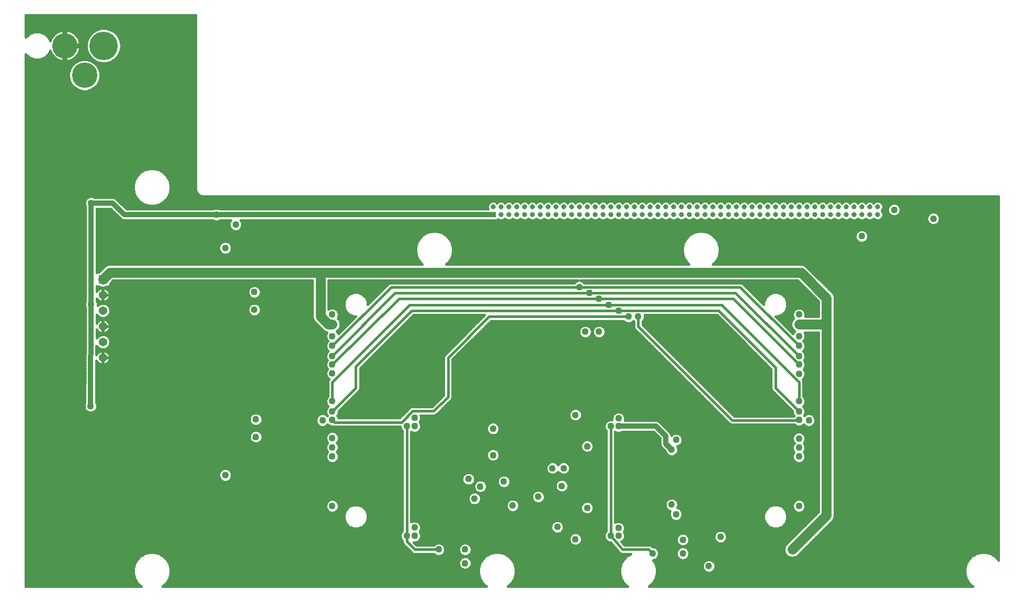
<source format=gbl>
G75*
G70*
%OFA0B0*%
%FSLAX24Y24*%
%IPPOS*%
%LPD*%
%AMOC8*
5,1,8,0,0,1.08239X$1,22.5*
%
%ADD10C,0.1817*%
%ADD11C,0.1620*%
%ADD12C,0.0317*%
%ADD13R,0.0317X0.0317*%
%ADD14R,0.0540X0.0540*%
%ADD15C,0.0540*%
%ADD16C,0.0436*%
%ADD17C,0.0160*%
%ADD18C,0.0320*%
%ADD19C,0.0640*%
D10*
X006260Y035352D03*
D11*
X005039Y033462D03*
X003779Y035352D03*
D12*
X031076Y025062D03*
X031576Y025062D03*
X031576Y024562D03*
X032076Y024562D03*
X032076Y025062D03*
X032576Y025062D03*
X032576Y024562D03*
X033076Y024562D03*
X033076Y025062D03*
X033576Y025062D03*
X033576Y024562D03*
X034076Y024562D03*
X034076Y025062D03*
X034576Y025062D03*
X034576Y024562D03*
X035076Y024562D03*
X035076Y025062D03*
X035576Y025062D03*
X035576Y024562D03*
X036076Y024562D03*
X036076Y025062D03*
X036576Y025062D03*
X036576Y024562D03*
X037076Y024562D03*
X037076Y025062D03*
X037576Y025062D03*
X037576Y024562D03*
X038076Y024562D03*
X038076Y025062D03*
X038576Y025062D03*
X038576Y024562D03*
X039076Y024562D03*
X039076Y025062D03*
X039576Y025062D03*
X039576Y024562D03*
X040076Y024562D03*
X040076Y025062D03*
X040576Y025062D03*
X040576Y024562D03*
X041076Y024562D03*
X041076Y025062D03*
X041576Y025062D03*
X041576Y024562D03*
X042076Y024562D03*
X042076Y025062D03*
X042576Y025062D03*
X042576Y024562D03*
X043076Y024562D03*
X043076Y025062D03*
X043576Y025062D03*
X043576Y024562D03*
X044076Y024562D03*
X044076Y025062D03*
X044576Y025062D03*
X044576Y024562D03*
X045076Y024562D03*
X045076Y025062D03*
X045576Y025062D03*
X045576Y024562D03*
X046076Y024562D03*
X046076Y025062D03*
X046576Y025062D03*
X046576Y024562D03*
X047076Y024562D03*
X047076Y025062D03*
X047576Y025062D03*
X047576Y024562D03*
X048076Y024562D03*
X048076Y025062D03*
X048576Y025062D03*
X048576Y024562D03*
X049076Y024562D03*
X049076Y025062D03*
X049576Y025062D03*
X049576Y024562D03*
X050076Y024562D03*
X050076Y025062D03*
X050576Y025062D03*
X050576Y024562D03*
X051076Y024562D03*
X051076Y025062D03*
X051576Y025062D03*
X051576Y024562D03*
X052076Y024562D03*
X052076Y025062D03*
X052576Y025062D03*
X052576Y024562D03*
X053076Y024562D03*
X053076Y025062D03*
X053576Y025062D03*
X053576Y024562D03*
X054076Y024562D03*
X054076Y025062D03*
X054576Y025062D03*
X054576Y024562D03*
X055076Y024562D03*
X055076Y025062D03*
X055576Y025062D03*
X055576Y024562D03*
D13*
X031076Y024562D03*
D14*
X006201Y020437D03*
D15*
X006201Y019437D03*
X006201Y018437D03*
X006201Y017437D03*
X006201Y016437D03*
X006201Y015437D03*
D16*
X004795Y016750D03*
X005451Y018844D03*
X004295Y019812D03*
X004795Y023250D03*
X005451Y025312D03*
X004295Y026312D03*
X011389Y022437D03*
X014014Y022437D03*
X014670Y023937D03*
X013451Y024562D03*
X015858Y019625D03*
X015858Y018500D03*
X020826Y018187D03*
X020826Y017562D03*
X020826Y016812D03*
X020826Y016187D03*
X020826Y015531D03*
X020826Y015000D03*
X020826Y014437D03*
X020826Y012656D03*
X020826Y012000D03*
X020826Y011469D03*
X020201Y011437D03*
X020826Y010312D03*
X020826Y009719D03*
X020826Y009125D03*
X020826Y005969D03*
X025576Y004062D03*
X026076Y004062D03*
X026076Y004594D03*
X027608Y003187D03*
X029295Y003187D03*
X029295Y002312D03*
X032326Y006000D03*
X031764Y007531D03*
X030264Y007219D03*
X029514Y007687D03*
X031076Y009219D03*
X031076Y010906D03*
X034858Y008375D03*
X035576Y008375D03*
X035451Y007250D03*
X033951Y006562D03*
X035170Y004625D03*
X036326Y003844D03*
X037076Y005844D03*
X038576Y004062D03*
X039076Y004062D03*
X039076Y004562D03*
X041233Y002937D03*
X043170Y002937D03*
X043170Y003812D03*
X042733Y005437D03*
X042451Y006062D03*
X045576Y004000D03*
X044826Y002125D03*
X050139Y003187D03*
X050576Y005969D03*
X050576Y009125D03*
X050576Y009687D03*
X050576Y010281D03*
X050576Y011469D03*
X050576Y012000D03*
X051201Y011437D03*
X050576Y012656D03*
X050576Y014406D03*
X050576Y015000D03*
X050576Y015531D03*
X050576Y016187D03*
X050576Y016812D03*
X050576Y017562D03*
X050576Y018187D03*
X048076Y019937D03*
X048076Y021812D03*
X046264Y016719D03*
X045514Y015969D03*
X044920Y015375D03*
X044326Y014781D03*
X040076Y015187D03*
X037826Y017094D03*
X036951Y017094D03*
X037826Y019187D03*
X037201Y019562D03*
X036576Y019937D03*
X038451Y018812D03*
X039076Y018437D03*
X039701Y018062D03*
X040326Y018062D03*
X034764Y013875D03*
X035451Y012750D03*
X036326Y011781D03*
X037076Y009781D03*
X038576Y011062D03*
X039076Y011062D03*
X039076Y011562D03*
X042733Y010187D03*
X042451Y009562D03*
X034139Y015125D03*
X033514Y016312D03*
X032889Y017500D03*
X028826Y014812D03*
X027576Y014812D03*
X026076Y011594D03*
X026076Y011062D03*
X025576Y011062D03*
X029889Y006437D03*
X015951Y010375D03*
X015951Y011500D03*
X014014Y007937D03*
X011389Y007937D03*
X005420Y012344D03*
X004295Y013312D03*
X004795Y010219D03*
X023326Y019937D03*
X023326Y021687D03*
X009639Y036312D03*
X054576Y023187D03*
X056639Y024875D03*
X059139Y024312D03*
X059139Y025437D03*
D17*
X001284Y034812D02*
X001284Y000832D01*
X008647Y000832D01*
X008597Y000861D01*
X008375Y001083D01*
X008219Y001354D01*
X008138Y001656D01*
X008138Y001969D01*
X008219Y002271D01*
X008375Y002542D01*
X008597Y002764D01*
X008868Y002920D01*
X009170Y003001D01*
X009483Y003001D01*
X009785Y002920D01*
X010056Y002764D01*
X010278Y002542D01*
X010434Y002271D01*
X010515Y001969D01*
X010515Y001656D01*
X010434Y001354D01*
X010278Y001083D01*
X010056Y000861D01*
X010006Y000832D01*
X030647Y000832D01*
X030597Y000861D01*
X030375Y001083D01*
X030219Y001354D01*
X030138Y001656D01*
X030138Y001969D01*
X030219Y002271D01*
X030375Y002542D01*
X030597Y002764D01*
X030868Y002920D01*
X031170Y003001D01*
X031483Y003001D01*
X031785Y002920D01*
X032056Y002764D01*
X032278Y002542D01*
X032434Y002271D01*
X032515Y001969D01*
X032515Y001656D01*
X032434Y001354D01*
X032278Y001083D01*
X032056Y000861D01*
X032006Y000832D01*
X039647Y000832D01*
X039597Y000861D01*
X039375Y001083D01*
X039219Y001354D01*
X039138Y001656D01*
X039138Y001969D01*
X039219Y002271D01*
X039375Y002542D01*
X039597Y002764D01*
X039846Y002907D01*
X039371Y002907D01*
X039361Y002904D01*
X039315Y002907D01*
X039271Y002907D01*
X039261Y002912D01*
X039249Y002913D01*
X039209Y002933D01*
X039168Y002950D01*
X039160Y002958D01*
X039150Y002963D01*
X039121Y002997D01*
X039089Y003029D01*
X039085Y003039D01*
X038566Y003644D01*
X038493Y003644D01*
X038340Y003708D01*
X038222Y003826D01*
X038158Y003979D01*
X038158Y004146D01*
X038222Y004299D01*
X038296Y004374D01*
X038296Y010751D01*
X038222Y010826D01*
X038158Y010979D01*
X038158Y011146D01*
X038222Y011299D01*
X038340Y011417D01*
X038493Y011481D01*
X038658Y011481D01*
X038658Y011646D01*
X038722Y011799D01*
X038840Y011917D01*
X038993Y011981D01*
X039160Y011981D01*
X039313Y011917D01*
X039431Y011799D01*
X039495Y011646D01*
X039495Y011479D01*
X039471Y011422D01*
X041523Y011422D01*
X041655Y011368D01*
X041757Y011266D01*
X042382Y010641D01*
X042436Y010509D01*
X042436Y010482D01*
X042496Y010542D01*
X042650Y010606D01*
X042816Y010606D01*
X042970Y010542D01*
X043087Y010424D01*
X043151Y010271D01*
X043151Y010104D01*
X043087Y009951D01*
X042970Y009833D01*
X042818Y009770D01*
X042870Y009646D01*
X042870Y009479D01*
X042806Y009326D01*
X042688Y009208D01*
X042535Y009144D01*
X042368Y009144D01*
X042215Y009208D01*
X042097Y009326D01*
X042039Y009466D01*
X041873Y009632D01*
X041873Y009632D01*
X041771Y009734D01*
X041716Y009866D01*
X041716Y010288D01*
X041302Y010702D01*
X039300Y010702D01*
X039160Y010644D01*
X038993Y010644D01*
X038856Y010701D01*
X038856Y004924D01*
X038993Y004981D01*
X039160Y004981D01*
X039313Y004917D01*
X039431Y004799D01*
X039495Y004646D01*
X039495Y004479D01*
X039431Y004326D01*
X039418Y004312D01*
X039431Y004299D01*
X039495Y004146D01*
X039495Y003979D01*
X039431Y003826D01*
X039313Y003708D01*
X039266Y003688D01*
X039455Y003467D01*
X040927Y003467D01*
X041038Y003467D01*
X041141Y003425D01*
X041211Y003356D01*
X041316Y003356D01*
X041470Y003292D01*
X041587Y003174D01*
X041651Y003021D01*
X041651Y002854D01*
X041587Y002701D01*
X041470Y002583D01*
X041316Y002519D01*
X041291Y002519D01*
X041434Y002271D01*
X041515Y001969D01*
X041515Y001656D01*
X041434Y001354D01*
X041278Y001083D01*
X041056Y000861D01*
X041006Y000832D01*
X061647Y000832D01*
X061597Y000861D01*
X061375Y001083D01*
X061219Y001354D01*
X061138Y001656D01*
X061138Y001969D01*
X061219Y002271D01*
X061375Y002542D01*
X061597Y002764D01*
X061868Y002920D01*
X062170Y003001D01*
X062483Y003001D01*
X062785Y002920D01*
X063056Y002764D01*
X063278Y002542D01*
X063299Y002506D01*
X063299Y025725D01*
X012540Y025730D01*
X012536Y025730D01*
X012535Y025730D01*
X012344Y025809D01*
X012200Y025953D01*
X012198Y025955D01*
X012198Y025955D01*
X012153Y026065D01*
X012119Y026146D01*
X012119Y037288D01*
X001284Y037288D01*
X001284Y035892D01*
X001501Y036109D01*
X001830Y036245D01*
X002185Y036245D01*
X002514Y036109D01*
X002765Y035858D01*
X002842Y035672D01*
X002863Y035731D01*
X002911Y035832D01*
X002970Y035926D01*
X003040Y036013D01*
X003118Y036091D01*
X003205Y036161D01*
X003299Y036220D01*
X003400Y036268D01*
X003505Y036305D01*
X003613Y036330D01*
X003699Y036339D01*
X003699Y035432D01*
X003859Y035432D01*
X003859Y036339D01*
X003945Y036330D01*
X004054Y036305D01*
X004159Y036268D01*
X004259Y036220D01*
X004353Y036161D01*
X004440Y036091D01*
X004519Y036013D01*
X004588Y035926D01*
X004647Y035832D01*
X004695Y035731D01*
X004732Y035626D01*
X004757Y035518D01*
X004767Y035432D01*
X003859Y035432D01*
X003859Y035272D01*
X004767Y035272D01*
X004757Y035186D01*
X004732Y035077D01*
X004695Y034972D01*
X004647Y034872D01*
X004588Y034778D01*
X004519Y034691D01*
X004440Y034612D01*
X004353Y034543D01*
X004259Y034484D01*
X004159Y034436D01*
X004054Y034399D01*
X003945Y034374D01*
X003859Y034364D01*
X003859Y035272D01*
X003699Y035272D01*
X003699Y034364D01*
X003613Y034374D01*
X003505Y034399D01*
X003400Y034436D01*
X003299Y034484D01*
X003205Y034543D01*
X003118Y034612D01*
X003040Y034691D01*
X002970Y034778D01*
X002911Y034872D01*
X002863Y034972D01*
X002842Y035032D01*
X002765Y034846D01*
X002514Y034594D01*
X002185Y034458D01*
X001830Y034458D01*
X001501Y034594D01*
X001284Y034812D01*
X001284Y034716D02*
X001380Y034716D01*
X001284Y034558D02*
X001590Y034558D01*
X001284Y034399D02*
X003503Y034399D01*
X003699Y034399D02*
X003859Y034399D01*
X003859Y034558D02*
X003699Y034558D01*
X003699Y034716D02*
X003859Y034716D01*
X003859Y034875D02*
X003699Y034875D01*
X003699Y035033D02*
X003859Y035033D01*
X003859Y035192D02*
X003699Y035192D01*
X003859Y035351D02*
X005151Y035351D01*
X005151Y035206D02*
X005226Y034924D01*
X005372Y034671D01*
X005579Y034465D01*
X005832Y034319D01*
X006114Y034243D01*
X006405Y034243D01*
X006687Y034319D01*
X006940Y034465D01*
X007147Y034671D01*
X007293Y034924D01*
X007368Y035206D01*
X007368Y035498D01*
X007293Y035780D01*
X007147Y036033D01*
X006940Y036239D01*
X006687Y036385D01*
X006405Y036460D01*
X006114Y036460D01*
X005832Y036385D01*
X005579Y036239D01*
X005372Y036033D01*
X005226Y035780D01*
X005151Y035498D01*
X005151Y035206D01*
X005155Y035192D02*
X004758Y035192D01*
X004717Y035033D02*
X005197Y035033D01*
X005255Y034875D02*
X004649Y034875D01*
X004539Y034716D02*
X005346Y034716D01*
X005486Y034558D02*
X004372Y034558D01*
X004419Y034270D02*
X004231Y034082D01*
X001284Y034082D01*
X001284Y033924D02*
X004139Y033924D01*
X004098Y033852D02*
X004029Y033595D01*
X004029Y033329D01*
X004098Y033072D01*
X004231Y032842D01*
X004419Y032654D01*
X004649Y032521D01*
X004906Y032452D01*
X005172Y032452D01*
X005429Y032521D01*
X005659Y032654D01*
X005847Y032842D01*
X005980Y033072D01*
X006049Y033329D01*
X006049Y033595D01*
X005980Y033852D01*
X005847Y034082D01*
X005659Y034270D01*
X005429Y034403D01*
X005172Y034472D01*
X004906Y034472D01*
X004649Y034403D01*
X004419Y034270D01*
X004389Y034241D02*
X001284Y034241D01*
X001284Y033765D02*
X004074Y033765D01*
X004098Y033852D02*
X004231Y034082D01*
X004055Y034399D02*
X004642Y034399D01*
X005436Y034399D02*
X005692Y034399D01*
X005689Y034241D02*
X012119Y034241D01*
X012119Y034399D02*
X006827Y034399D01*
X007033Y034558D02*
X012119Y034558D01*
X012119Y034716D02*
X007173Y034716D01*
X007264Y034875D02*
X012119Y034875D01*
X012119Y035033D02*
X007322Y035033D01*
X007364Y035192D02*
X012119Y035192D01*
X012119Y035351D02*
X007368Y035351D01*
X007365Y035509D02*
X012119Y035509D01*
X012119Y035668D02*
X007323Y035668D01*
X007266Y035826D02*
X012119Y035826D01*
X012119Y035985D02*
X007174Y035985D01*
X007036Y036143D02*
X012119Y036143D01*
X012119Y036302D02*
X006831Y036302D01*
X006406Y036460D02*
X012119Y036460D01*
X012119Y036619D02*
X001284Y036619D01*
X001284Y036777D02*
X012119Y036777D01*
X012119Y036936D02*
X001284Y036936D01*
X001284Y037094D02*
X012119Y037094D01*
X012119Y037253D02*
X001284Y037253D01*
X001284Y036460D02*
X006113Y036460D01*
X005688Y036302D02*
X004062Y036302D01*
X003859Y036302D02*
X003699Y036302D01*
X003699Y036143D02*
X003859Y036143D01*
X003859Y035985D02*
X003699Y035985D01*
X003699Y035826D02*
X003859Y035826D01*
X003859Y035668D02*
X003699Y035668D01*
X003699Y035509D02*
X003859Y035509D01*
X004375Y036143D02*
X005483Y036143D01*
X005345Y035985D02*
X004541Y035985D01*
X004650Y035826D02*
X005253Y035826D01*
X005196Y035668D02*
X004718Y035668D01*
X004758Y035509D02*
X005154Y035509D01*
X005848Y034082D02*
X012119Y034082D01*
X012119Y033924D02*
X005939Y033924D01*
X006004Y033765D02*
X012119Y033765D01*
X012119Y033607D02*
X006046Y033607D01*
X006049Y033448D02*
X012119Y033448D01*
X012119Y033289D02*
X006039Y033289D01*
X005996Y033131D02*
X012119Y033131D01*
X012119Y032972D02*
X005923Y032972D01*
X005819Y032814D02*
X012119Y032814D01*
X012119Y032655D02*
X005661Y032655D01*
X005340Y032497D02*
X012119Y032497D01*
X012119Y032338D02*
X001284Y032338D01*
X001284Y032180D02*
X012119Y032180D01*
X012119Y032021D02*
X001284Y032021D01*
X001284Y031863D02*
X012119Y031863D01*
X012119Y031704D02*
X001284Y031704D01*
X001284Y031545D02*
X012119Y031545D01*
X012119Y031387D02*
X001284Y031387D01*
X001284Y031228D02*
X012119Y031228D01*
X012119Y031070D02*
X001284Y031070D01*
X001284Y030911D02*
X012119Y030911D01*
X012119Y030753D02*
X001284Y030753D01*
X001284Y030594D02*
X012119Y030594D01*
X012119Y030436D02*
X001284Y030436D01*
X001284Y030277D02*
X012119Y030277D01*
X012119Y030119D02*
X001284Y030119D01*
X001284Y029960D02*
X012119Y029960D01*
X012119Y029801D02*
X001284Y029801D01*
X001284Y029643D02*
X012119Y029643D01*
X012119Y029484D02*
X001284Y029484D01*
X001284Y029326D02*
X012119Y029326D01*
X012119Y029167D02*
X001284Y029167D01*
X001284Y029009D02*
X012119Y029009D01*
X012119Y028850D02*
X001284Y028850D01*
X001284Y028692D02*
X012119Y028692D01*
X012119Y028533D02*
X001284Y028533D01*
X001284Y028375D02*
X012119Y028375D01*
X012119Y028216D02*
X001284Y028216D01*
X001284Y028058D02*
X012119Y028058D01*
X012119Y027899D02*
X001284Y027899D01*
X001284Y027740D02*
X012119Y027740D01*
X012119Y027582D02*
X001284Y027582D01*
X001284Y027423D02*
X008880Y027423D01*
X008868Y027420D02*
X008597Y027264D01*
X008375Y027042D01*
X008219Y026771D01*
X008138Y026469D01*
X008138Y026156D01*
X008219Y025854D01*
X008375Y025583D01*
X008597Y025361D01*
X008868Y025205D01*
X009170Y025124D01*
X009483Y025124D01*
X009785Y025205D01*
X010056Y025361D01*
X010278Y025583D01*
X010434Y025854D01*
X010515Y026156D01*
X010515Y026469D01*
X010434Y026771D01*
X010278Y027042D01*
X010056Y027264D01*
X009785Y027420D01*
X009483Y027501D01*
X009170Y027501D01*
X008868Y027420D01*
X008599Y027265D02*
X001284Y027265D01*
X001284Y027106D02*
X008439Y027106D01*
X008321Y026948D02*
X001284Y026948D01*
X001284Y026789D02*
X008229Y026789D01*
X008181Y026631D02*
X001284Y026631D01*
X001284Y026472D02*
X008139Y026472D01*
X008138Y026314D02*
X001284Y026314D01*
X001284Y026155D02*
X008138Y026155D01*
X008181Y025996D02*
X001284Y025996D01*
X001284Y025838D02*
X008228Y025838D01*
X008319Y025679D02*
X005658Y025679D01*
X005675Y025672D02*
X005535Y025731D01*
X005368Y025731D01*
X005215Y025667D01*
X005097Y025549D01*
X005033Y025396D01*
X005033Y025229D01*
X005091Y025089D01*
X005091Y019067D01*
X005033Y018927D01*
X005033Y018761D01*
X005090Y018623D01*
X005061Y012570D01*
X005002Y012427D01*
X005002Y012261D01*
X005066Y012107D01*
X005183Y011989D01*
X005337Y011926D01*
X005503Y011926D01*
X005657Y011989D01*
X005775Y012107D01*
X005838Y012261D01*
X005838Y012427D01*
X005781Y012565D01*
X005794Y015246D01*
X005817Y015202D01*
X005858Y015144D01*
X005908Y015094D01*
X005966Y015053D01*
X006029Y015020D01*
X006096Y014999D01*
X006166Y014987D01*
X006191Y014987D01*
X006191Y015427D01*
X006211Y015427D01*
X006211Y014987D01*
X006237Y014987D01*
X006307Y014999D01*
X006374Y015020D01*
X006437Y015053D01*
X006495Y015094D01*
X006545Y015144D01*
X006586Y015202D01*
X006618Y015265D01*
X006640Y015332D01*
X006651Y015402D01*
X006651Y015427D01*
X006212Y015427D01*
X006212Y015447D01*
X006651Y015447D01*
X006651Y015473D01*
X006640Y015543D01*
X006618Y015610D01*
X006586Y015673D01*
X006545Y015731D01*
X006495Y015781D01*
X006437Y015822D01*
X006374Y015854D01*
X006307Y015876D01*
X006237Y015887D01*
X006211Y015887D01*
X006211Y015448D01*
X006191Y015448D01*
X006191Y015887D01*
X006166Y015887D01*
X006096Y015876D01*
X006029Y015854D01*
X005966Y015822D01*
X005908Y015781D01*
X005858Y015731D01*
X005817Y015673D01*
X005796Y015633D01*
X005799Y016182D01*
X005803Y016171D01*
X005935Y016039D01*
X006108Y015967D01*
X006295Y015967D01*
X006468Y016039D01*
X006600Y016171D01*
X006671Y016344D01*
X006671Y016531D01*
X006600Y016704D01*
X006468Y016836D01*
X006295Y016907D01*
X006108Y016907D01*
X005935Y016836D01*
X005803Y016704D01*
X005801Y016699D01*
X005804Y017227D01*
X005817Y017202D01*
X005858Y017144D01*
X005908Y017094D01*
X005966Y017053D01*
X006029Y017020D01*
X006096Y016999D01*
X006166Y016987D01*
X006191Y016987D01*
X006191Y017427D01*
X006211Y017427D01*
X006211Y016987D01*
X006237Y016987D01*
X006307Y016999D01*
X006374Y017020D01*
X006437Y017053D01*
X006495Y017094D01*
X006545Y017144D01*
X006586Y017202D01*
X006618Y017265D01*
X006640Y017332D01*
X006651Y017402D01*
X006651Y017427D01*
X006212Y017427D01*
X006212Y017447D01*
X006651Y017447D01*
X006651Y017473D01*
X006640Y017543D01*
X006618Y017610D01*
X006586Y017673D01*
X006545Y017731D01*
X006495Y017781D01*
X006437Y017822D01*
X006374Y017854D01*
X006307Y017876D01*
X006237Y017887D01*
X006211Y017887D01*
X006211Y017448D01*
X006191Y017448D01*
X006191Y017887D01*
X006166Y017887D01*
X006096Y017876D01*
X006029Y017854D01*
X005966Y017822D01*
X005908Y017781D01*
X005858Y017731D01*
X005817Y017673D01*
X005806Y017652D01*
X005808Y018166D01*
X005935Y018039D01*
X006108Y017967D01*
X006295Y017967D01*
X006468Y018039D01*
X006600Y018171D01*
X006671Y018344D01*
X006671Y018531D01*
X006600Y018704D01*
X006468Y018836D01*
X006295Y018907D01*
X006108Y018907D01*
X005935Y018836D01*
X005870Y018770D01*
X005870Y018927D01*
X005811Y019067D01*
X005811Y019212D01*
X005817Y019202D01*
X005858Y019144D01*
X005908Y019094D01*
X005966Y019053D01*
X006029Y019020D01*
X006096Y018999D01*
X006166Y018987D01*
X006191Y018987D01*
X006191Y019427D01*
X006211Y019427D01*
X006211Y018987D01*
X006237Y018987D01*
X006307Y018999D01*
X006374Y019020D01*
X006437Y019053D01*
X006495Y019094D01*
X006545Y019144D01*
X006586Y019202D01*
X006618Y019265D01*
X006640Y019332D01*
X006651Y019402D01*
X006651Y019427D01*
X006212Y019427D01*
X006212Y019447D01*
X006651Y019447D01*
X006651Y019473D01*
X006640Y019543D01*
X006618Y019610D01*
X006586Y019673D01*
X006545Y019731D01*
X006495Y019781D01*
X006437Y019822D01*
X006374Y019854D01*
X006307Y019876D01*
X006237Y019887D01*
X006211Y019887D01*
X006211Y019448D01*
X006191Y019448D01*
X006191Y019887D01*
X006166Y019887D01*
X006096Y019876D01*
X006029Y019854D01*
X005966Y019822D01*
X005908Y019781D01*
X005858Y019731D01*
X005817Y019673D01*
X005811Y019663D01*
X005811Y020005D01*
X005849Y019967D01*
X005977Y019967D01*
X006098Y019917D01*
X006305Y019917D01*
X006426Y019967D01*
X006554Y019967D01*
X006671Y020085D01*
X006671Y020172D01*
X006854Y020355D01*
X008649Y020355D01*
X019556Y020355D01*
X019556Y017959D01*
X019636Y017768D01*
X019782Y017622D01*
X020282Y017122D01*
X020470Y017044D01*
X020408Y016896D01*
X020408Y016729D01*
X020472Y016576D01*
X020548Y016500D01*
X020472Y016424D01*
X020408Y016271D01*
X020408Y016104D01*
X020472Y015951D01*
X020563Y015859D01*
X020472Y015768D01*
X020408Y015614D01*
X020408Y015448D01*
X020472Y015294D01*
X020501Y015266D01*
X020472Y015237D01*
X020408Y015083D01*
X020408Y014917D01*
X020472Y014763D01*
X020516Y014719D01*
X020472Y014674D01*
X020408Y014521D01*
X020408Y014354D01*
X020472Y014201D01*
X020590Y014083D01*
X020624Y014069D01*
X020589Y014034D01*
X020546Y013931D01*
X020546Y013819D01*
X020546Y012967D01*
X020472Y012893D01*
X020408Y012739D01*
X020408Y012573D01*
X020472Y012419D01*
X020563Y012328D01*
X020472Y012237D01*
X020408Y012083D01*
X020408Y011917D01*
X020472Y011763D01*
X020501Y011734D01*
X020498Y011732D01*
X020438Y011792D01*
X020285Y011856D01*
X020118Y011856D01*
X019965Y011792D01*
X019847Y011674D01*
X019783Y011521D01*
X019783Y011354D01*
X019847Y011201D01*
X019965Y011083D01*
X020118Y011019D01*
X020285Y011019D01*
X020438Y011083D01*
X020530Y011174D01*
X020590Y011114D01*
X020743Y011051D01*
X020883Y011051D01*
X020927Y011032D01*
X021038Y011032D01*
X025158Y011032D01*
X025158Y010979D01*
X025222Y010826D01*
X025296Y010751D01*
X025296Y004374D01*
X025222Y004299D01*
X025158Y004146D01*
X025158Y003979D01*
X025222Y003826D01*
X025296Y003751D01*
X025296Y003632D01*
X025339Y003529D01*
X025418Y003450D01*
X025839Y003029D01*
X025839Y003029D01*
X025918Y002950D01*
X026021Y002907D01*
X027296Y002907D01*
X027371Y002833D01*
X027525Y002769D01*
X027691Y002769D01*
X027845Y002833D01*
X027962Y002951D01*
X028026Y003104D01*
X028026Y003271D01*
X027962Y003424D01*
X027845Y003542D01*
X027691Y003606D01*
X027525Y003606D01*
X027371Y003542D01*
X027296Y003467D01*
X026192Y003467D01*
X026015Y003644D01*
X026160Y003644D01*
X026313Y003708D01*
X026431Y003826D01*
X026495Y003979D01*
X026495Y004146D01*
X026431Y004299D01*
X026402Y004328D01*
X026431Y004357D01*
X026495Y004511D01*
X026495Y004677D01*
X026431Y004831D01*
X026313Y004948D01*
X026160Y005012D01*
X025993Y005012D01*
X025856Y004955D01*
X025856Y010701D01*
X025993Y010644D01*
X026160Y010644D01*
X026313Y010708D01*
X026431Y010826D01*
X026495Y010979D01*
X026495Y011146D01*
X026431Y011299D01*
X026402Y011328D01*
X026431Y011357D01*
X026495Y011511D01*
X026495Y011677D01*
X026464Y011751D01*
X027351Y011751D01*
X027454Y011794D01*
X027533Y011873D01*
X028439Y012779D01*
X028481Y012882D01*
X028481Y012993D01*
X028481Y015321D01*
X030942Y017782D01*
X039390Y017782D01*
X039465Y017708D01*
X039618Y017644D01*
X039785Y017644D01*
X039938Y017708D01*
X040014Y017784D01*
X040046Y017751D01*
X040046Y017493D01*
X040046Y017382D01*
X040089Y017279D01*
X046089Y011279D01*
X046168Y011200D01*
X046271Y011157D01*
X050296Y011157D01*
X050340Y011114D01*
X050493Y011051D01*
X050660Y011051D01*
X050813Y011114D01*
X050873Y011174D01*
X050965Y011083D01*
X051118Y011019D01*
X051285Y011019D01*
X051438Y011083D01*
X051556Y011201D01*
X051620Y011354D01*
X051620Y011521D01*
X051556Y011674D01*
X051438Y011792D01*
X051285Y011856D01*
X051118Y011856D01*
X050965Y011792D01*
X050905Y011732D01*
X050902Y011734D01*
X050931Y011763D01*
X050995Y011917D01*
X050995Y012083D01*
X050931Y012237D01*
X050840Y012328D01*
X050931Y012419D01*
X050995Y012573D01*
X050995Y012739D01*
X050931Y012893D01*
X050856Y012967D01*
X050856Y013819D01*
X050856Y013931D01*
X050814Y014034D01*
X050801Y014047D01*
X050813Y014052D01*
X050931Y014169D01*
X050995Y014323D01*
X050995Y014489D01*
X050931Y014643D01*
X050871Y014703D01*
X050931Y014763D01*
X050995Y014917D01*
X050995Y015083D01*
X050931Y015237D01*
X050902Y015266D01*
X050931Y015294D01*
X050995Y015448D01*
X050995Y015614D01*
X050931Y015768D01*
X050840Y015859D01*
X050931Y015951D01*
X050995Y016104D01*
X050995Y016271D01*
X050931Y016424D01*
X050855Y016500D01*
X050931Y016576D01*
X050995Y016729D01*
X050995Y016896D01*
X050934Y017042D01*
X051806Y017042D01*
X051806Y005590D01*
X049698Y003482D01*
X049619Y003291D01*
X049619Y003084D01*
X049698Y002893D01*
X049844Y002747D01*
X050036Y002667D01*
X050242Y002667D01*
X050434Y002747D01*
X052767Y005080D01*
X052846Y005271D01*
X052846Y005478D01*
X052846Y017791D01*
X052846Y019353D01*
X052767Y019544D01*
X052621Y019691D01*
X050996Y021316D01*
X050805Y021395D01*
X050598Y021395D01*
X045090Y021395D01*
X045278Y021583D01*
X045434Y021854D01*
X045515Y022156D01*
X045515Y022469D01*
X045434Y022771D01*
X045278Y023042D01*
X045056Y023264D01*
X044785Y023420D01*
X044483Y023501D01*
X044170Y023501D01*
X043868Y023420D01*
X043597Y023264D01*
X043375Y023042D01*
X043219Y022771D01*
X043138Y022469D01*
X043138Y022156D01*
X043219Y021854D01*
X043375Y021583D01*
X043563Y021395D01*
X028090Y021395D01*
X028278Y021583D01*
X028434Y021854D01*
X028515Y022156D01*
X028515Y022469D01*
X028434Y022771D01*
X028278Y023042D01*
X028056Y023264D01*
X027785Y023420D01*
X027483Y023501D01*
X027170Y023501D01*
X026868Y023420D01*
X026597Y023264D01*
X026375Y023042D01*
X026219Y022771D01*
X026138Y022469D01*
X026138Y022156D01*
X026219Y021854D01*
X026375Y021583D01*
X026563Y021395D01*
X020180Y021395D01*
X019973Y021395D01*
X008649Y021395D01*
X006742Y021395D01*
X006536Y021395D01*
X006344Y021316D01*
X005936Y020907D01*
X005849Y020907D01*
X005811Y020870D01*
X005811Y024952D01*
X006677Y024952D01*
X007373Y024257D01*
X007505Y024202D01*
X007648Y024202D01*
X013228Y024202D01*
X013368Y024144D01*
X013535Y024144D01*
X013675Y024202D01*
X014344Y024202D01*
X014316Y024174D01*
X014252Y024021D01*
X014252Y023854D01*
X014316Y023701D01*
X014433Y023583D01*
X014587Y023519D01*
X014753Y023519D01*
X014907Y023583D01*
X015025Y023701D01*
X015088Y023854D01*
X015088Y024021D01*
X015025Y024174D01*
X014996Y024202D01*
X031148Y024202D01*
X031152Y024204D01*
X031318Y024204D01*
X031373Y024259D01*
X031373Y024259D01*
X031505Y024204D01*
X031648Y024204D01*
X031779Y024259D01*
X031826Y024306D01*
X031873Y024259D01*
X032005Y024204D01*
X032148Y024204D01*
X032279Y024259D01*
X032326Y024306D01*
X032373Y024259D01*
X032505Y024204D01*
X032648Y024204D01*
X032779Y024259D01*
X032826Y024306D01*
X032873Y024259D01*
X033005Y024204D01*
X033148Y024204D01*
X033279Y024259D01*
X033326Y024306D01*
X033373Y024259D01*
X033505Y024204D01*
X033648Y024204D01*
X033779Y024259D01*
X033826Y024306D01*
X033873Y024259D01*
X034005Y024204D01*
X034148Y024204D01*
X034279Y024259D01*
X034326Y024306D01*
X034373Y024259D01*
X034505Y024204D01*
X034648Y024204D01*
X034779Y024259D01*
X034826Y024306D01*
X034873Y024259D01*
X035005Y024204D01*
X035148Y024204D01*
X035279Y024259D01*
X035326Y024306D01*
X035373Y024259D01*
X035505Y024204D01*
X035648Y024204D01*
X035779Y024259D01*
X035826Y024306D01*
X035873Y024259D01*
X036005Y024204D01*
X036148Y024204D01*
X036279Y024259D01*
X036326Y024306D01*
X036373Y024259D01*
X036505Y024204D01*
X036648Y024204D01*
X036779Y024259D01*
X036826Y024306D01*
X036873Y024259D01*
X037005Y024204D01*
X037148Y024204D01*
X037279Y024259D01*
X037326Y024306D01*
X037373Y024259D01*
X037505Y024204D01*
X037648Y024204D01*
X037779Y024259D01*
X037826Y024306D01*
X037873Y024259D01*
X038005Y024204D01*
X038148Y024204D01*
X038279Y024259D01*
X038326Y024306D01*
X038373Y024259D01*
X038505Y024204D01*
X038648Y024204D01*
X038779Y024259D01*
X038826Y024306D01*
X038873Y024259D01*
X039005Y024204D01*
X039148Y024204D01*
X039279Y024259D01*
X039326Y024306D01*
X039373Y024259D01*
X039505Y024204D01*
X039648Y024204D01*
X039779Y024259D01*
X039826Y024306D01*
X039873Y024259D01*
X040005Y024204D01*
X040148Y024204D01*
X040279Y024259D01*
X040326Y024306D01*
X040373Y024259D01*
X040505Y024204D01*
X040648Y024204D01*
X040779Y024259D01*
X040826Y024306D01*
X040873Y024259D01*
X041005Y024204D01*
X041148Y024204D01*
X041279Y024259D01*
X041326Y024306D01*
X041373Y024259D01*
X041505Y024204D01*
X041648Y024204D01*
X041779Y024259D01*
X041826Y024306D01*
X041873Y024259D01*
X042005Y024204D01*
X042148Y024204D01*
X042279Y024259D01*
X042326Y024306D01*
X042373Y024259D01*
X042505Y024204D01*
X042648Y024204D01*
X042779Y024259D01*
X042826Y024306D01*
X042873Y024259D01*
X043005Y024204D01*
X043148Y024204D01*
X043279Y024259D01*
X043326Y024306D01*
X043373Y024259D01*
X043505Y024204D01*
X043648Y024204D01*
X043779Y024259D01*
X043826Y024306D01*
X043873Y024259D01*
X044005Y024204D01*
X044148Y024204D01*
X044279Y024259D01*
X044326Y024306D01*
X044373Y024259D01*
X044505Y024204D01*
X044648Y024204D01*
X044779Y024259D01*
X044826Y024306D01*
X044873Y024259D01*
X045005Y024204D01*
X045148Y024204D01*
X045279Y024259D01*
X045326Y024306D01*
X045373Y024259D01*
X045505Y024204D01*
X045648Y024204D01*
X045779Y024259D01*
X045826Y024306D01*
X045873Y024259D01*
X046005Y024204D01*
X046148Y024204D01*
X046279Y024259D01*
X046326Y024306D01*
X046373Y024259D01*
X046505Y024204D01*
X046648Y024204D01*
X046779Y024259D01*
X046826Y024306D01*
X046873Y024259D01*
X047005Y024204D01*
X047148Y024204D01*
X047279Y024259D01*
X047326Y024306D01*
X047373Y024259D01*
X047505Y024204D01*
X047648Y024204D01*
X047779Y024259D01*
X047826Y024306D01*
X047873Y024259D01*
X048005Y024204D01*
X048148Y024204D01*
X048279Y024259D01*
X048326Y024306D01*
X048373Y024259D01*
X048505Y024204D01*
X048648Y024204D01*
X048779Y024259D01*
X048826Y024306D01*
X048873Y024259D01*
X049005Y024204D01*
X049148Y024204D01*
X049279Y024259D01*
X049326Y024306D01*
X049373Y024259D01*
X049505Y024204D01*
X049648Y024204D01*
X049779Y024259D01*
X049826Y024306D01*
X049873Y024259D01*
X050005Y024204D01*
X050148Y024204D01*
X050279Y024259D01*
X050326Y024306D01*
X050373Y024259D01*
X050505Y024204D01*
X050648Y024204D01*
X050779Y024259D01*
X050826Y024306D01*
X050873Y024259D01*
X051005Y024204D01*
X051148Y024204D01*
X051279Y024259D01*
X051326Y024306D01*
X051373Y024259D01*
X051505Y024204D01*
X051648Y024204D01*
X051779Y024259D01*
X051826Y024306D01*
X051873Y024259D01*
X052005Y024204D01*
X052148Y024204D01*
X052279Y024259D01*
X052326Y024306D01*
X052373Y024259D01*
X052505Y024204D01*
X052648Y024204D01*
X052779Y024259D01*
X052826Y024306D01*
X052873Y024259D01*
X053005Y024204D01*
X053148Y024204D01*
X053279Y024259D01*
X053326Y024306D01*
X053373Y024259D01*
X053505Y024204D01*
X053648Y024204D01*
X053779Y024259D01*
X053826Y024306D01*
X053873Y024259D01*
X054005Y024204D01*
X054148Y024204D01*
X054279Y024259D01*
X054326Y024306D01*
X054373Y024259D01*
X054505Y024204D01*
X054648Y024204D01*
X054779Y024259D01*
X054826Y024306D01*
X054873Y024259D01*
X055005Y024204D01*
X055148Y024204D01*
X055279Y024259D01*
X055326Y024306D01*
X055373Y024259D01*
X055505Y024204D01*
X055648Y024204D01*
X055779Y024259D01*
X055880Y024359D01*
X055935Y024491D01*
X055935Y024634D01*
X055880Y024765D01*
X055833Y024812D01*
X055880Y024859D01*
X055935Y024991D01*
X055935Y025134D01*
X055880Y025265D01*
X055779Y025366D01*
X055648Y025421D01*
X055505Y025421D01*
X055373Y025366D01*
X055326Y025319D01*
X055279Y025366D01*
X055148Y025421D01*
X055005Y025421D01*
X054873Y025366D01*
X054826Y025319D01*
X054779Y025366D01*
X054648Y025421D01*
X054505Y025421D01*
X054373Y025366D01*
X054326Y025319D01*
X054279Y025366D01*
X054148Y025421D01*
X054005Y025421D01*
X053873Y025366D01*
X053826Y025319D01*
X053779Y025366D01*
X053648Y025421D01*
X053505Y025421D01*
X053373Y025366D01*
X053326Y025319D01*
X053279Y025366D01*
X053148Y025421D01*
X053005Y025421D01*
X052873Y025366D01*
X052826Y025319D01*
X052779Y025366D01*
X052648Y025421D01*
X052505Y025421D01*
X052373Y025366D01*
X052326Y025319D01*
X052279Y025366D01*
X052148Y025421D01*
X052005Y025421D01*
X051873Y025366D01*
X051826Y025319D01*
X051779Y025366D01*
X051648Y025421D01*
X051505Y025421D01*
X051373Y025366D01*
X051326Y025319D01*
X051279Y025366D01*
X051148Y025421D01*
X051005Y025421D01*
X050873Y025366D01*
X050826Y025319D01*
X050779Y025366D01*
X050648Y025421D01*
X050505Y025421D01*
X050373Y025366D01*
X050326Y025319D01*
X050279Y025366D01*
X050148Y025421D01*
X050005Y025421D01*
X049873Y025366D01*
X049826Y025319D01*
X049779Y025366D01*
X049648Y025421D01*
X049505Y025421D01*
X049373Y025366D01*
X049326Y025319D01*
X049279Y025366D01*
X049148Y025421D01*
X049005Y025421D01*
X048873Y025366D01*
X048826Y025319D01*
X048779Y025366D01*
X048648Y025421D01*
X048505Y025421D01*
X048373Y025366D01*
X048326Y025319D01*
X048279Y025366D01*
X048148Y025421D01*
X048005Y025421D01*
X047873Y025366D01*
X047826Y025319D01*
X047779Y025366D01*
X047648Y025421D01*
X047505Y025421D01*
X047373Y025366D01*
X047326Y025319D01*
X047279Y025366D01*
X047148Y025421D01*
X047005Y025421D01*
X046873Y025366D01*
X046826Y025319D01*
X046779Y025366D01*
X046648Y025421D01*
X046505Y025421D01*
X046373Y025366D01*
X046326Y025319D01*
X046279Y025366D01*
X046148Y025421D01*
X046005Y025421D01*
X045873Y025366D01*
X045826Y025319D01*
X045779Y025366D01*
X045648Y025421D01*
X045505Y025421D01*
X045373Y025366D01*
X045326Y025319D01*
X045279Y025366D01*
X045148Y025421D01*
X045005Y025421D01*
X044873Y025366D01*
X044826Y025319D01*
X044779Y025366D01*
X044648Y025421D01*
X044505Y025421D01*
X044373Y025366D01*
X044326Y025319D01*
X044279Y025366D01*
X044148Y025421D01*
X044005Y025421D01*
X043873Y025366D01*
X043826Y025319D01*
X043779Y025366D01*
X043648Y025421D01*
X043505Y025421D01*
X043373Y025366D01*
X043326Y025319D01*
X043279Y025366D01*
X043148Y025421D01*
X043005Y025421D01*
X042873Y025366D01*
X042826Y025319D01*
X042779Y025366D01*
X042648Y025421D01*
X042505Y025421D01*
X042373Y025366D01*
X042326Y025319D01*
X042279Y025366D01*
X042148Y025421D01*
X042005Y025421D01*
X041873Y025366D01*
X041826Y025319D01*
X041779Y025366D01*
X041648Y025421D01*
X041505Y025421D01*
X041373Y025366D01*
X041326Y025319D01*
X041279Y025366D01*
X041148Y025421D01*
X041005Y025421D01*
X040873Y025366D01*
X040826Y025319D01*
X040779Y025366D01*
X040648Y025421D01*
X040505Y025421D01*
X040373Y025366D01*
X040326Y025319D01*
X040279Y025366D01*
X040148Y025421D01*
X040005Y025421D01*
X039873Y025366D01*
X039826Y025319D01*
X039779Y025366D01*
X039648Y025421D01*
X039505Y025421D01*
X039373Y025366D01*
X039326Y025319D01*
X039279Y025366D01*
X039148Y025421D01*
X039005Y025421D01*
X038873Y025366D01*
X038826Y025319D01*
X038779Y025366D01*
X038648Y025421D01*
X038505Y025421D01*
X038373Y025366D01*
X038326Y025319D01*
X038279Y025366D01*
X038148Y025421D01*
X038005Y025421D01*
X037873Y025366D01*
X037826Y025319D01*
X037779Y025366D01*
X037648Y025421D01*
X037505Y025421D01*
X037373Y025366D01*
X037326Y025319D01*
X037279Y025366D01*
X037148Y025421D01*
X037005Y025421D01*
X036873Y025366D01*
X036826Y025319D01*
X036779Y025366D01*
X036648Y025421D01*
X036505Y025421D01*
X036373Y025366D01*
X036326Y025319D01*
X036279Y025366D01*
X036148Y025421D01*
X036005Y025421D01*
X035873Y025366D01*
X035826Y025319D01*
X035779Y025366D01*
X035648Y025421D01*
X035505Y025421D01*
X035373Y025366D01*
X035326Y025319D01*
X035279Y025366D01*
X035148Y025421D01*
X035005Y025421D01*
X034873Y025366D01*
X034826Y025319D01*
X034779Y025366D01*
X034648Y025421D01*
X034505Y025421D01*
X034373Y025366D01*
X034326Y025319D01*
X034279Y025366D01*
X034148Y025421D01*
X034005Y025421D01*
X033873Y025366D01*
X033826Y025319D01*
X033779Y025366D01*
X033648Y025421D01*
X033505Y025421D01*
X033373Y025366D01*
X033326Y025319D01*
X033279Y025366D01*
X033148Y025421D01*
X033005Y025421D01*
X032873Y025366D01*
X032826Y025319D01*
X032779Y025366D01*
X032648Y025421D01*
X032505Y025421D01*
X032373Y025366D01*
X032326Y025319D01*
X032279Y025366D01*
X032148Y025421D01*
X032005Y025421D01*
X031873Y025366D01*
X031826Y025319D01*
X031779Y025366D01*
X031648Y025421D01*
X031505Y025421D01*
X031373Y025366D01*
X031326Y025319D01*
X031279Y025366D01*
X031148Y025421D01*
X031005Y025421D01*
X030873Y025366D01*
X030773Y025265D01*
X030718Y025134D01*
X030718Y024991D01*
X030747Y024922D01*
X013675Y024922D01*
X013535Y024981D01*
X013368Y024981D01*
X013228Y024922D01*
X007726Y024922D01*
X007132Y025516D01*
X007030Y025618D01*
X006898Y025672D01*
X005675Y025672D01*
X005245Y025679D02*
X001284Y025679D01*
X001284Y025521D02*
X005085Y025521D01*
X005033Y025362D02*
X001284Y025362D01*
X001284Y025204D02*
X005044Y025204D01*
X005091Y025045D02*
X001284Y025045D01*
X001284Y024887D02*
X005091Y024887D01*
X005091Y024728D02*
X001284Y024728D01*
X001284Y024570D02*
X005091Y024570D01*
X005091Y024411D02*
X001284Y024411D01*
X001284Y024252D02*
X005091Y024252D01*
X005091Y024094D02*
X001284Y024094D01*
X001284Y023935D02*
X005091Y023935D01*
X005091Y023777D02*
X001284Y023777D01*
X001284Y023618D02*
X005091Y023618D01*
X005091Y023460D02*
X001284Y023460D01*
X001284Y023301D02*
X005091Y023301D01*
X005091Y023143D02*
X001284Y023143D01*
X001284Y022984D02*
X005091Y022984D01*
X005091Y022826D02*
X001284Y022826D01*
X001284Y022667D02*
X005091Y022667D01*
X005091Y022509D02*
X001284Y022509D01*
X001284Y022350D02*
X005091Y022350D01*
X005091Y022191D02*
X001284Y022191D01*
X001284Y022033D02*
X005091Y022033D01*
X005091Y021874D02*
X001284Y021874D01*
X001284Y021716D02*
X005091Y021716D01*
X005091Y021557D02*
X001284Y021557D01*
X001284Y021399D02*
X005091Y021399D01*
X005091Y021240D02*
X001284Y021240D01*
X001284Y021082D02*
X005091Y021082D01*
X005091Y020923D02*
X001284Y020923D01*
X001284Y020765D02*
X005091Y020765D01*
X005091Y020606D02*
X001284Y020606D01*
X001284Y020447D02*
X005091Y020447D01*
X005091Y020289D02*
X001284Y020289D01*
X001284Y020130D02*
X005091Y020130D01*
X005091Y019972D02*
X001284Y019972D01*
X001284Y019813D02*
X005091Y019813D01*
X005091Y019655D02*
X001284Y019655D01*
X001284Y019496D02*
X005091Y019496D01*
X005091Y019338D02*
X001284Y019338D01*
X001284Y019179D02*
X005091Y019179D01*
X005072Y019021D02*
X001284Y019021D01*
X001284Y018862D02*
X005033Y018862D01*
X005057Y018703D02*
X001284Y018703D01*
X001284Y018545D02*
X005090Y018545D01*
X005089Y018386D02*
X001284Y018386D01*
X001284Y018228D02*
X005089Y018228D01*
X005088Y018069D02*
X001284Y018069D01*
X001284Y017911D02*
X005087Y017911D01*
X005086Y017752D02*
X001284Y017752D01*
X001284Y017594D02*
X005085Y017594D01*
X005085Y017435D02*
X001284Y017435D01*
X001284Y017277D02*
X005084Y017277D01*
X005083Y017118D02*
X001284Y017118D01*
X001284Y016959D02*
X005082Y016959D01*
X005082Y016801D02*
X001284Y016801D01*
X001284Y016642D02*
X005081Y016642D01*
X005080Y016484D02*
X001284Y016484D01*
X001284Y016325D02*
X005079Y016325D01*
X005079Y016167D02*
X001284Y016167D01*
X001284Y016008D02*
X005078Y016008D01*
X005077Y015850D02*
X001284Y015850D01*
X001284Y015691D02*
X005076Y015691D01*
X005076Y015533D02*
X001284Y015533D01*
X001284Y015374D02*
X005075Y015374D01*
X005074Y015216D02*
X001284Y015216D01*
X001284Y015057D02*
X005073Y015057D01*
X005072Y014898D02*
X001284Y014898D01*
X001284Y014740D02*
X005072Y014740D01*
X005071Y014581D02*
X001284Y014581D01*
X001284Y014423D02*
X005070Y014423D01*
X005069Y014264D02*
X001284Y014264D01*
X001284Y014106D02*
X005069Y014106D01*
X005068Y013947D02*
X001284Y013947D01*
X001284Y013789D02*
X005067Y013789D01*
X005066Y013630D02*
X001284Y013630D01*
X001284Y013472D02*
X005066Y013472D01*
X005065Y013313D02*
X001284Y013313D01*
X001284Y013154D02*
X005064Y013154D01*
X005063Y012996D02*
X001284Y012996D01*
X001284Y012837D02*
X005063Y012837D01*
X005062Y012679D02*
X001284Y012679D01*
X001284Y012520D02*
X005041Y012520D01*
X005002Y012362D02*
X001284Y012362D01*
X001284Y012203D02*
X005026Y012203D01*
X005128Y012045D02*
X001284Y012045D01*
X001284Y011886D02*
X015791Y011886D01*
X015715Y011854D02*
X015597Y011737D01*
X015533Y011583D01*
X015533Y011417D01*
X015597Y011263D01*
X015715Y011146D01*
X015868Y011082D01*
X016035Y011082D01*
X016188Y011146D01*
X016306Y011263D01*
X016370Y011417D01*
X016370Y011583D01*
X016306Y011737D01*
X016188Y011854D01*
X016035Y011918D01*
X015868Y011918D01*
X015715Y011854D01*
X015593Y011728D02*
X001284Y011728D01*
X001284Y011569D02*
X015533Y011569D01*
X015536Y011410D02*
X001284Y011410D01*
X001284Y011252D02*
X015608Y011252D01*
X015840Y011093D02*
X001284Y011093D01*
X001284Y010935D02*
X025177Y010935D01*
X025271Y010776D02*
X016075Y010776D01*
X016035Y010793D02*
X015868Y010793D01*
X015715Y010729D01*
X015597Y010612D01*
X015533Y010458D01*
X015533Y010292D01*
X015597Y010138D01*
X015715Y010021D01*
X015868Y009957D01*
X016035Y009957D01*
X016188Y010021D01*
X016306Y010138D01*
X016370Y010292D01*
X016370Y010458D01*
X016306Y010612D01*
X016188Y010729D01*
X016035Y010793D01*
X015828Y010776D02*
X001284Y010776D01*
X001284Y010618D02*
X015603Y010618D01*
X015534Y010459D02*
X001284Y010459D01*
X001284Y010301D02*
X015533Y010301D01*
X015595Y010142D02*
X001284Y010142D01*
X001284Y009984D02*
X015804Y009984D01*
X016099Y009984D02*
X020500Y009984D01*
X020472Y009956D02*
X020532Y010016D01*
X020472Y010076D01*
X020408Y010229D01*
X020408Y010396D01*
X020472Y010549D01*
X020590Y010667D01*
X020743Y010731D01*
X020910Y010731D01*
X021063Y010667D01*
X021181Y010549D01*
X021245Y010396D01*
X021245Y010229D01*
X021181Y010076D01*
X021121Y010016D01*
X021181Y009956D01*
X021245Y009802D01*
X021245Y009636D01*
X021181Y009482D01*
X021121Y009422D01*
X021181Y009362D01*
X021245Y009208D01*
X021245Y009042D01*
X021181Y008888D01*
X021063Y008771D01*
X020910Y008707D01*
X020743Y008707D01*
X020590Y008771D01*
X020472Y008888D01*
X020408Y009042D01*
X020408Y009208D01*
X020472Y009362D01*
X020532Y009422D01*
X020472Y009482D01*
X020408Y009636D01*
X020408Y009802D01*
X020472Y009956D01*
X020418Y009825D02*
X001284Y009825D01*
X001284Y009666D02*
X020408Y009666D01*
X020461Y009508D02*
X001284Y009508D01*
X001284Y009349D02*
X020467Y009349D01*
X020408Y009191D02*
X001284Y009191D01*
X001284Y009032D02*
X020412Y009032D01*
X020486Y008874D02*
X001284Y008874D01*
X001284Y008715D02*
X020723Y008715D01*
X020930Y008715D02*
X025296Y008715D01*
X025296Y008557D02*
X001284Y008557D01*
X001284Y008398D02*
X025296Y008398D01*
X025296Y008240D02*
X014303Y008240D01*
X014251Y008292D02*
X014097Y008356D01*
X013931Y008356D01*
X013777Y008292D01*
X013660Y008174D01*
X013596Y008021D01*
X013596Y007854D01*
X013660Y007701D01*
X013777Y007583D01*
X013931Y007519D01*
X014097Y007519D01*
X014251Y007583D01*
X014368Y007701D01*
X014432Y007854D01*
X014432Y008021D01*
X014368Y008174D01*
X014251Y008292D01*
X014407Y008081D02*
X025296Y008081D01*
X025296Y007923D02*
X014432Y007923D01*
X014395Y007764D02*
X025296Y007764D01*
X025296Y007605D02*
X014273Y007605D01*
X013755Y007605D02*
X001284Y007605D01*
X001284Y007447D02*
X025296Y007447D01*
X025296Y007288D02*
X001284Y007288D01*
X001284Y007130D02*
X025296Y007130D01*
X025296Y006971D02*
X001284Y006971D01*
X001284Y006813D02*
X025296Y006813D01*
X025296Y006654D02*
X001284Y006654D01*
X001284Y006496D02*
X025296Y006496D01*
X025296Y006337D02*
X021030Y006337D01*
X021063Y006323D02*
X020910Y006387D01*
X020743Y006387D01*
X020590Y006323D01*
X020472Y006206D01*
X020408Y006052D01*
X020408Y005886D01*
X020472Y005732D01*
X020590Y005614D01*
X020743Y005551D01*
X020910Y005551D01*
X021063Y005614D01*
X021181Y005732D01*
X021245Y005886D01*
X021245Y006052D01*
X021181Y006206D01*
X021063Y006323D01*
X021192Y006179D02*
X025296Y006179D01*
X025296Y006020D02*
X022540Y006020D01*
X022477Y006046D02*
X022754Y005931D01*
X022967Y005719D01*
X023082Y005441D01*
X023082Y005140D01*
X022967Y004863D01*
X022754Y004650D01*
X022477Y004535D01*
X022176Y004535D01*
X021898Y004650D01*
X021686Y004863D01*
X021571Y005140D01*
X021571Y005441D01*
X021686Y005719D01*
X021898Y005931D01*
X022176Y006046D01*
X022477Y006046D01*
X022113Y006020D02*
X021245Y006020D01*
X021235Y005861D02*
X021829Y005861D01*
X021679Y005703D02*
X021152Y005703D01*
X021614Y005544D02*
X001284Y005544D01*
X001284Y005386D02*
X021571Y005386D01*
X021571Y005227D02*
X001284Y005227D01*
X001284Y005069D02*
X021601Y005069D01*
X021666Y004910D02*
X001284Y004910D01*
X001284Y004752D02*
X021797Y004752D01*
X022036Y004593D02*
X001284Y004593D01*
X001284Y004435D02*
X025296Y004435D01*
X025296Y004593D02*
X022617Y004593D01*
X022856Y004752D02*
X025296Y004752D01*
X025296Y004910D02*
X022987Y004910D01*
X023052Y005069D02*
X025296Y005069D01*
X025296Y005227D02*
X023082Y005227D01*
X023082Y005386D02*
X025296Y005386D01*
X025296Y005544D02*
X023039Y005544D01*
X022974Y005703D02*
X025296Y005703D01*
X025296Y005861D02*
X022824Y005861D01*
X020623Y006337D02*
X001284Y006337D01*
X001284Y006179D02*
X020461Y006179D01*
X020408Y006020D02*
X001284Y006020D01*
X001284Y005861D02*
X020418Y005861D01*
X020501Y005703D02*
X001284Y005703D01*
X001284Y004276D02*
X025212Y004276D01*
X025158Y004117D02*
X001284Y004117D01*
X001284Y003959D02*
X025167Y003959D01*
X025247Y003800D02*
X001284Y003800D01*
X001284Y003642D02*
X025296Y003642D01*
X025385Y003483D02*
X001284Y003483D01*
X001284Y003325D02*
X025543Y003325D01*
X025418Y003450D02*
X025418Y003450D01*
X025576Y003687D02*
X025576Y004062D01*
X025576Y011062D01*
X025233Y011312D02*
X025951Y012031D01*
X027295Y012031D01*
X028201Y012937D01*
X028201Y015437D01*
X030826Y018062D01*
X039701Y018062D01*
X039420Y017752D02*
X030912Y017752D01*
X030754Y017594D02*
X040046Y017594D01*
X040045Y017752D02*
X039982Y017752D01*
X040046Y017435D02*
X038076Y017435D01*
X038063Y017448D02*
X037910Y017512D01*
X037743Y017512D01*
X037590Y017448D01*
X037472Y017331D01*
X037408Y017177D01*
X037408Y017011D01*
X037472Y016857D01*
X037590Y016739D01*
X037743Y016676D01*
X037910Y016676D01*
X038063Y016739D01*
X038181Y016857D01*
X038245Y017011D01*
X038245Y017177D01*
X038181Y017331D01*
X038063Y017448D01*
X038203Y017277D02*
X040091Y017277D01*
X040250Y017118D02*
X038245Y017118D01*
X038223Y016959D02*
X040408Y016959D01*
X040567Y016801D02*
X038125Y016801D01*
X037528Y016801D02*
X037250Y016801D01*
X037306Y016857D02*
X037370Y017011D01*
X037370Y017177D01*
X037306Y017331D01*
X037188Y017448D01*
X037035Y017512D01*
X036868Y017512D01*
X036715Y017448D01*
X036597Y017331D01*
X036533Y017177D01*
X036533Y017011D01*
X036597Y016857D01*
X036715Y016739D01*
X036868Y016676D01*
X037035Y016676D01*
X037188Y016739D01*
X037306Y016857D01*
X037348Y016959D02*
X037429Y016959D01*
X037408Y017118D02*
X037370Y017118D01*
X037328Y017277D02*
X037450Y017277D01*
X037577Y017435D02*
X037201Y017435D01*
X036702Y017435D02*
X030595Y017435D01*
X030437Y017277D02*
X036575Y017277D01*
X036533Y017118D02*
X030278Y017118D01*
X030119Y016959D02*
X036554Y016959D01*
X036653Y016801D02*
X029961Y016801D01*
X029802Y016642D02*
X040726Y016642D01*
X040884Y016484D02*
X029644Y016484D01*
X029485Y016325D02*
X041043Y016325D01*
X041201Y016167D02*
X029327Y016167D01*
X029168Y016008D02*
X041360Y016008D01*
X041518Y015850D02*
X029010Y015850D01*
X028851Y015691D02*
X041677Y015691D01*
X041835Y015533D02*
X028693Y015533D01*
X028534Y015374D02*
X041994Y015374D01*
X042152Y015216D02*
X028481Y015216D01*
X028481Y015057D02*
X042311Y015057D01*
X042469Y014898D02*
X028481Y014898D01*
X028481Y014740D02*
X042628Y014740D01*
X042787Y014581D02*
X028481Y014581D01*
X028481Y014423D02*
X042945Y014423D01*
X043104Y014264D02*
X028481Y014264D01*
X028481Y014106D02*
X043262Y014106D01*
X043421Y013947D02*
X028481Y013947D01*
X028481Y013789D02*
X043579Y013789D01*
X043738Y013630D02*
X028481Y013630D01*
X028481Y013472D02*
X043896Y013472D01*
X044055Y013313D02*
X028481Y013313D01*
X028481Y013154D02*
X044213Y013154D01*
X044372Y012996D02*
X028481Y012996D01*
X028463Y012837D02*
X044531Y012837D01*
X044689Y012679D02*
X028339Y012679D01*
X028180Y012520D02*
X044848Y012520D01*
X045006Y012362D02*
X028022Y012362D01*
X027863Y012203D02*
X045165Y012203D01*
X045323Y012045D02*
X036654Y012045D01*
X036681Y012018D02*
X036563Y012136D01*
X036410Y012199D01*
X036243Y012199D01*
X036090Y012136D01*
X035972Y012018D01*
X035908Y011864D01*
X035908Y011698D01*
X035972Y011544D01*
X036090Y011427D01*
X036243Y011363D01*
X036410Y011363D01*
X036563Y011427D01*
X036681Y011544D01*
X036745Y011698D01*
X036745Y011864D01*
X036681Y012018D01*
X036736Y011886D02*
X038809Y011886D01*
X038692Y011728D02*
X036745Y011728D01*
X036691Y011569D02*
X038658Y011569D01*
X038333Y011410D02*
X036524Y011410D01*
X036129Y011410D02*
X026453Y011410D01*
X026450Y011252D02*
X030831Y011252D01*
X030840Y011261D02*
X030722Y011143D01*
X030658Y010989D01*
X030658Y010823D01*
X030722Y010669D01*
X030840Y010552D01*
X030993Y010488D01*
X031160Y010488D01*
X031313Y010552D01*
X031431Y010669D01*
X031495Y010823D01*
X031495Y010989D01*
X031431Y011143D01*
X031313Y011261D01*
X031160Y011324D01*
X030993Y011324D01*
X030840Y011261D01*
X030701Y011093D02*
X026495Y011093D01*
X026476Y010935D02*
X030658Y010935D01*
X030678Y010776D02*
X026382Y010776D01*
X025856Y010618D02*
X030774Y010618D01*
X031379Y010618D02*
X038296Y010618D01*
X038296Y010459D02*
X025856Y010459D01*
X025856Y010301D02*
X038296Y010301D01*
X038296Y010142D02*
X037298Y010142D01*
X037313Y010136D02*
X037160Y010199D01*
X036993Y010199D01*
X036840Y010136D01*
X036722Y010018D01*
X036658Y009864D01*
X036658Y009698D01*
X036722Y009544D01*
X036840Y009427D01*
X036993Y009363D01*
X037160Y009363D01*
X037313Y009427D01*
X037431Y009544D01*
X037495Y009698D01*
X037495Y009864D01*
X037431Y010018D01*
X037313Y010136D01*
X037445Y009984D02*
X038296Y009984D01*
X038296Y009825D02*
X037495Y009825D01*
X037481Y009666D02*
X038296Y009666D01*
X038296Y009508D02*
X037394Y009508D01*
X036758Y009508D02*
X031378Y009508D01*
X031431Y009456D02*
X031313Y009573D01*
X031160Y009637D01*
X030993Y009637D01*
X030840Y009573D01*
X030722Y009456D01*
X030658Y009302D01*
X030658Y009136D01*
X030722Y008982D01*
X030840Y008864D01*
X030993Y008801D01*
X031160Y008801D01*
X031313Y008864D01*
X031431Y008982D01*
X031495Y009136D01*
X031495Y009302D01*
X031431Y009456D01*
X031475Y009349D02*
X038296Y009349D01*
X038296Y009191D02*
X031495Y009191D01*
X031452Y009032D02*
X038296Y009032D01*
X038296Y008874D02*
X031323Y008874D01*
X030830Y008874D02*
X025856Y008874D01*
X025856Y009032D02*
X030701Y009032D01*
X030658Y009191D02*
X025856Y009191D01*
X025856Y009349D02*
X030678Y009349D01*
X030774Y009508D02*
X025856Y009508D01*
X025856Y009666D02*
X036671Y009666D01*
X036658Y009825D02*
X025856Y009825D01*
X025856Y009984D02*
X036708Y009984D01*
X036855Y010142D02*
X025856Y010142D01*
X025296Y010142D02*
X021208Y010142D01*
X021245Y010301D02*
X025296Y010301D01*
X025296Y010459D02*
X021218Y010459D01*
X021112Y010618D02*
X025296Y010618D01*
X025296Y009984D02*
X021153Y009984D01*
X021235Y009825D02*
X025296Y009825D01*
X025296Y009666D02*
X021245Y009666D01*
X021192Y009508D02*
X025296Y009508D01*
X025296Y009349D02*
X021186Y009349D01*
X021245Y009191D02*
X025296Y009191D01*
X025296Y009032D02*
X021241Y009032D01*
X021167Y008874D02*
X025296Y008874D01*
X025856Y008715D02*
X034607Y008715D01*
X034621Y008729D02*
X034503Y008612D01*
X034440Y008458D01*
X034440Y008292D01*
X034503Y008138D01*
X034621Y008021D01*
X034775Y007957D01*
X034941Y007957D01*
X035095Y008021D01*
X035212Y008138D01*
X035217Y008150D01*
X035222Y008138D01*
X035340Y008021D01*
X035493Y007957D01*
X035660Y007957D01*
X035813Y008021D01*
X035931Y008138D01*
X035995Y008292D01*
X035995Y008458D01*
X035931Y008612D01*
X035813Y008729D01*
X035660Y008793D01*
X035493Y008793D01*
X035340Y008729D01*
X035222Y008612D01*
X035217Y008600D01*
X035212Y008612D01*
X035095Y008729D01*
X034941Y008793D01*
X034775Y008793D01*
X034621Y008729D01*
X034480Y008557D02*
X025856Y008557D01*
X025856Y008398D02*
X034440Y008398D01*
X034461Y008240D02*
X025856Y008240D01*
X025856Y008081D02*
X029372Y008081D01*
X029431Y008106D02*
X029277Y008042D01*
X029160Y007924D01*
X029096Y007771D01*
X029096Y007604D01*
X029160Y007451D01*
X029277Y007333D01*
X029431Y007269D01*
X029597Y007269D01*
X029751Y007333D01*
X029868Y007451D01*
X029932Y007604D01*
X029932Y007771D01*
X029868Y007924D01*
X029751Y008042D01*
X029597Y008106D01*
X029431Y008106D01*
X029656Y008081D02*
X034560Y008081D01*
X035155Y008081D02*
X035279Y008081D01*
X035368Y007668D02*
X035215Y007604D01*
X035097Y007487D01*
X035033Y007333D01*
X035033Y007167D01*
X035097Y007013D01*
X035215Y006896D01*
X035368Y006832D01*
X035535Y006832D01*
X035688Y006896D01*
X035806Y007013D01*
X035870Y007167D01*
X035870Y007333D01*
X035806Y007487D01*
X035688Y007604D01*
X035535Y007668D01*
X035368Y007668D01*
X035217Y007605D02*
X032182Y007605D01*
X032182Y007614D02*
X032118Y007768D01*
X032001Y007886D01*
X031847Y007949D01*
X031681Y007949D01*
X031527Y007886D01*
X031410Y007768D01*
X031346Y007614D01*
X031346Y007448D01*
X031410Y007294D01*
X031527Y007177D01*
X031681Y007113D01*
X031847Y007113D01*
X032001Y007177D01*
X032118Y007294D01*
X032182Y007448D01*
X032182Y007614D01*
X032120Y007764D02*
X038296Y007764D01*
X038296Y007923D02*
X031912Y007923D01*
X031616Y007923D02*
X029869Y007923D01*
X029932Y007764D02*
X031408Y007764D01*
X031346Y007605D02*
X030423Y007605D01*
X030347Y007637D02*
X030181Y007637D01*
X030027Y007573D01*
X029910Y007456D01*
X029846Y007302D01*
X029846Y007136D01*
X029910Y006982D01*
X030027Y006864D01*
X030181Y006801D01*
X030347Y006801D01*
X030501Y006864D01*
X030618Y006982D01*
X030682Y007136D01*
X030682Y007302D01*
X030618Y007456D01*
X030501Y007573D01*
X030347Y007637D01*
X030105Y007605D02*
X029932Y007605D01*
X029906Y007447D02*
X029865Y007447D01*
X029846Y007288D02*
X029643Y007288D01*
X029385Y007288D02*
X025856Y007288D01*
X025856Y007130D02*
X029848Y007130D01*
X029920Y006971D02*
X025856Y006971D01*
X025856Y006813D02*
X029703Y006813D01*
X029652Y006792D02*
X029535Y006674D01*
X029471Y006521D01*
X029471Y006354D01*
X029535Y006201D01*
X029652Y006083D01*
X029806Y006019D01*
X029972Y006019D01*
X030126Y006083D01*
X030243Y006201D01*
X030307Y006354D01*
X030307Y006521D01*
X030243Y006674D01*
X030126Y006792D01*
X029972Y006856D01*
X029806Y006856D01*
X029652Y006792D01*
X029526Y006654D02*
X025856Y006654D01*
X025856Y006496D02*
X029471Y006496D01*
X029478Y006337D02*
X025856Y006337D01*
X025856Y006179D02*
X029557Y006179D01*
X029804Y006020D02*
X025856Y006020D01*
X025856Y005861D02*
X031931Y005861D01*
X031908Y005917D02*
X031972Y005763D01*
X032090Y005646D01*
X032243Y005582D01*
X032410Y005582D01*
X032563Y005646D01*
X032681Y005763D01*
X032745Y005917D01*
X032745Y006083D01*
X032681Y006237D01*
X032563Y006354D01*
X032410Y006418D01*
X032243Y006418D01*
X032090Y006354D01*
X031972Y006237D01*
X031908Y006083D01*
X031908Y005917D01*
X031908Y006020D02*
X029974Y006020D01*
X030221Y006179D02*
X031948Y006179D01*
X032072Y006337D02*
X030300Y006337D01*
X030307Y006496D02*
X033533Y006496D01*
X033533Y006479D02*
X033597Y006326D01*
X033715Y006208D01*
X033868Y006144D01*
X034035Y006144D01*
X034188Y006208D01*
X034306Y006326D01*
X034370Y006479D01*
X034370Y006646D01*
X034306Y006799D01*
X034188Y006917D01*
X034035Y006981D01*
X033868Y006981D01*
X033715Y006917D01*
X033597Y006799D01*
X033533Y006646D01*
X033533Y006479D01*
X033592Y006337D02*
X032581Y006337D01*
X032705Y006179D02*
X033786Y006179D01*
X034117Y006179D02*
X036820Y006179D01*
X036840Y006198D02*
X036722Y006081D01*
X036658Y005927D01*
X036658Y005761D01*
X036722Y005607D01*
X036840Y005489D01*
X036993Y005426D01*
X037160Y005426D01*
X037313Y005489D01*
X037431Y005607D01*
X037495Y005761D01*
X037495Y005927D01*
X037431Y006081D01*
X037313Y006198D01*
X037160Y006262D01*
X036993Y006262D01*
X036840Y006198D01*
X036697Y006020D02*
X032745Y006020D01*
X032722Y005861D02*
X036658Y005861D01*
X036682Y005703D02*
X032621Y005703D01*
X032032Y005703D02*
X025856Y005703D01*
X025856Y005544D02*
X036784Y005544D01*
X037368Y005544D02*
X038296Y005544D01*
X038296Y005386D02*
X025856Y005386D01*
X025856Y005227D02*
X038296Y005227D01*
X038296Y005069D02*
X025856Y005069D01*
X026351Y004910D02*
X034864Y004910D01*
X034816Y004862D02*
X034752Y004708D01*
X034752Y004542D01*
X034816Y004388D01*
X034933Y004271D01*
X035087Y004207D01*
X035253Y004207D01*
X035407Y004271D01*
X035525Y004388D01*
X035588Y004542D01*
X035588Y004708D01*
X035525Y004862D01*
X035407Y004979D01*
X035253Y005043D01*
X035087Y005043D01*
X034933Y004979D01*
X034816Y004862D01*
X034770Y004752D02*
X026464Y004752D01*
X026495Y004593D02*
X034752Y004593D01*
X034796Y004435D02*
X026463Y004435D01*
X026441Y004276D02*
X034928Y004276D01*
X035413Y004276D02*
X038212Y004276D01*
X038158Y004117D02*
X036644Y004117D01*
X036681Y004081D02*
X036563Y004198D01*
X036410Y004262D01*
X036243Y004262D01*
X036090Y004198D01*
X035972Y004081D01*
X035908Y003927D01*
X035908Y003761D01*
X035972Y003607D01*
X036090Y003489D01*
X036243Y003426D01*
X036410Y003426D01*
X036563Y003489D01*
X036681Y003607D01*
X036745Y003761D01*
X036745Y003927D01*
X036681Y004081D01*
X036731Y003959D02*
X038167Y003959D01*
X038247Y003800D02*
X036745Y003800D01*
X036695Y003642D02*
X038568Y003642D01*
X038704Y003483D02*
X036549Y003483D01*
X036104Y003483D02*
X029591Y003483D01*
X029650Y003424D02*
X029532Y003542D01*
X029378Y003606D01*
X029212Y003606D01*
X029058Y003542D01*
X028941Y003424D01*
X028877Y003271D01*
X028877Y003104D01*
X028941Y002951D01*
X029058Y002833D01*
X029212Y002769D01*
X029378Y002769D01*
X029532Y002833D01*
X029650Y002951D01*
X029713Y003104D01*
X029713Y003271D01*
X029650Y003424D01*
X029691Y003325D02*
X038840Y003325D01*
X038976Y003166D02*
X029713Y003166D01*
X029673Y003008D02*
X039110Y003008D01*
X039326Y003187D02*
X040983Y003187D01*
X041233Y002937D01*
X041390Y003325D02*
X043013Y003325D01*
X043087Y003356D02*
X042933Y003292D01*
X042816Y003174D01*
X042752Y003021D01*
X042752Y002854D01*
X042816Y002701D01*
X042933Y002583D01*
X043087Y002519D01*
X043253Y002519D01*
X043407Y002583D01*
X043525Y002701D01*
X043588Y002854D01*
X043588Y003021D01*
X043525Y003174D01*
X043407Y003292D01*
X043253Y003356D01*
X043087Y003356D01*
X043087Y003394D02*
X043253Y003394D01*
X043407Y003458D01*
X043525Y003576D01*
X043588Y003729D01*
X043588Y003896D01*
X043525Y004049D01*
X043407Y004167D01*
X043253Y004231D01*
X043087Y004231D01*
X042933Y004167D01*
X042816Y004049D01*
X042752Y003896D01*
X042752Y003729D01*
X042816Y003576D01*
X042933Y003458D01*
X043087Y003394D01*
X042908Y003483D02*
X039442Y003483D01*
X039306Y003642D02*
X042788Y003642D01*
X042752Y003800D02*
X039406Y003800D01*
X039486Y003959D02*
X042778Y003959D01*
X042884Y004117D02*
X039495Y004117D01*
X039441Y004276D02*
X045261Y004276D01*
X045222Y004237D02*
X045158Y004083D01*
X045158Y003917D01*
X045222Y003763D01*
X045340Y003646D01*
X045493Y003582D01*
X045660Y003582D01*
X045813Y003646D01*
X045931Y003763D01*
X045995Y003917D01*
X045995Y004083D01*
X045931Y004237D01*
X045813Y004354D01*
X045660Y004418D01*
X045493Y004418D01*
X045340Y004354D01*
X045222Y004237D01*
X045173Y004117D02*
X043456Y004117D01*
X043562Y003959D02*
X045158Y003959D01*
X045207Y003800D02*
X043588Y003800D01*
X043552Y003642D02*
X045348Y003642D01*
X045804Y003642D02*
X049858Y003642D01*
X050017Y003800D02*
X045946Y003800D01*
X045995Y003959D02*
X050175Y003959D01*
X050334Y004117D02*
X045980Y004117D01*
X045892Y004276D02*
X050492Y004276D01*
X050651Y004435D02*
X039476Y004435D01*
X039495Y004593D02*
X048786Y004593D01*
X048648Y004650D02*
X048926Y004535D01*
X049227Y004535D01*
X049504Y004650D01*
X049717Y004863D01*
X049832Y005140D01*
X049832Y005441D01*
X049717Y005719D01*
X049504Y005931D01*
X049227Y006046D01*
X048926Y006046D01*
X048648Y005931D01*
X048436Y005719D01*
X048321Y005441D01*
X048321Y005140D01*
X048436Y004863D01*
X048648Y004650D01*
X048547Y004752D02*
X039451Y004752D01*
X039320Y004910D02*
X048416Y004910D01*
X048351Y005069D02*
X042935Y005069D01*
X042970Y005083D02*
X043087Y005201D01*
X043151Y005354D01*
X043151Y005521D01*
X043087Y005674D01*
X042970Y005792D01*
X042818Y005855D01*
X042870Y005979D01*
X042870Y006146D01*
X042806Y006299D01*
X042688Y006417D01*
X042535Y006481D01*
X042368Y006481D01*
X042215Y006417D01*
X042097Y006299D01*
X042033Y006146D01*
X042033Y005979D01*
X042097Y005826D01*
X042215Y005708D01*
X042366Y005645D01*
X042315Y005521D01*
X042315Y005354D01*
X042378Y005201D01*
X042496Y005083D01*
X042650Y005019D01*
X042816Y005019D01*
X042970Y005083D01*
X043098Y005227D02*
X048321Y005227D01*
X048321Y005386D02*
X043151Y005386D01*
X043141Y005544D02*
X048364Y005544D01*
X048429Y005703D02*
X043058Y005703D01*
X042821Y005861D02*
X048579Y005861D01*
X048863Y006020D02*
X042870Y006020D01*
X042856Y006179D02*
X050211Y006179D01*
X050222Y006206D02*
X050158Y006052D01*
X050158Y005886D01*
X050222Y005732D01*
X050340Y005614D01*
X050493Y005551D01*
X050660Y005551D01*
X050813Y005614D01*
X050931Y005732D01*
X050995Y005886D01*
X050995Y006052D01*
X050931Y006206D01*
X050813Y006323D01*
X050660Y006387D01*
X050493Y006387D01*
X050340Y006323D01*
X050222Y006206D01*
X050158Y006020D02*
X049290Y006020D01*
X049574Y005861D02*
X050168Y005861D01*
X050251Y005703D02*
X049724Y005703D01*
X049789Y005544D02*
X051761Y005544D01*
X051806Y005703D02*
X050902Y005703D01*
X050985Y005861D02*
X051806Y005861D01*
X051806Y006020D02*
X050995Y006020D01*
X050942Y006179D02*
X051806Y006179D01*
X051806Y006337D02*
X050780Y006337D01*
X050373Y006337D02*
X042768Y006337D01*
X042135Y006337D02*
X038856Y006337D01*
X038856Y006179D02*
X042047Y006179D01*
X042033Y006020D02*
X038856Y006020D01*
X038856Y005861D02*
X042082Y005861D01*
X042227Y005703D02*
X038856Y005703D01*
X038856Y005544D02*
X042324Y005544D01*
X042315Y005386D02*
X038856Y005386D01*
X038856Y005227D02*
X042367Y005227D01*
X042530Y005069D02*
X038856Y005069D01*
X038296Y004910D02*
X035476Y004910D01*
X035570Y004752D02*
X038296Y004752D01*
X038296Y004593D02*
X035588Y004593D01*
X035544Y004435D02*
X038296Y004435D01*
X038576Y004062D02*
X039326Y003187D01*
X039524Y002691D02*
X032129Y002691D01*
X032284Y002532D02*
X039369Y002532D01*
X039278Y002374D02*
X032375Y002374D01*
X032449Y002215D02*
X039204Y002215D01*
X039161Y002056D02*
X032492Y002056D01*
X032515Y001898D02*
X039138Y001898D01*
X039138Y001739D02*
X032515Y001739D01*
X032495Y001581D02*
X039158Y001581D01*
X039200Y001422D02*
X032452Y001422D01*
X032382Y001264D02*
X039271Y001264D01*
X039362Y001105D02*
X032291Y001105D01*
X032142Y000947D02*
X039511Y000947D01*
X041142Y000947D02*
X061511Y000947D01*
X061362Y001105D02*
X041291Y001105D01*
X041382Y001264D02*
X061271Y001264D01*
X061200Y001422D02*
X041452Y001422D01*
X041495Y001581D02*
X061158Y001581D01*
X061138Y001739D02*
X044988Y001739D01*
X045063Y001771D02*
X045181Y001888D01*
X045245Y002042D01*
X045245Y002208D01*
X045181Y002362D01*
X045063Y002479D01*
X044910Y002543D01*
X044743Y002543D01*
X044590Y002479D01*
X044472Y002362D01*
X044408Y002208D01*
X044408Y002042D01*
X044472Y001888D01*
X044590Y001771D01*
X044743Y001707D01*
X044910Y001707D01*
X045063Y001771D01*
X045185Y001898D02*
X061138Y001898D01*
X061161Y002056D02*
X045245Y002056D01*
X045242Y002215D02*
X061204Y002215D01*
X061278Y002374D02*
X045169Y002374D01*
X044936Y002532D02*
X061369Y002532D01*
X061524Y002691D02*
X050298Y002691D01*
X050536Y002849D02*
X061745Y002849D01*
X062908Y002849D02*
X063299Y002849D01*
X063299Y002691D02*
X063129Y002691D01*
X063284Y002532D02*
X063299Y002532D01*
X063299Y003008D02*
X050695Y003008D01*
X050853Y003166D02*
X063299Y003166D01*
X063299Y003325D02*
X051012Y003325D01*
X051170Y003483D02*
X063299Y003483D01*
X063299Y003642D02*
X051329Y003642D01*
X051487Y003800D02*
X063299Y003800D01*
X063299Y003959D02*
X051646Y003959D01*
X051804Y004117D02*
X063299Y004117D01*
X063299Y004276D02*
X051963Y004276D01*
X052121Y004435D02*
X063299Y004435D01*
X063299Y004593D02*
X052280Y004593D01*
X052439Y004752D02*
X063299Y004752D01*
X063299Y004910D02*
X052597Y004910D01*
X052756Y005069D02*
X063299Y005069D01*
X063299Y005227D02*
X052828Y005227D01*
X052846Y005386D02*
X063299Y005386D01*
X063299Y005544D02*
X052846Y005544D01*
X052846Y005703D02*
X063299Y005703D01*
X063299Y005861D02*
X052846Y005861D01*
X052846Y006020D02*
X063299Y006020D01*
X063299Y006179D02*
X052846Y006179D01*
X052846Y006337D02*
X063299Y006337D01*
X063299Y006496D02*
X052846Y006496D01*
X052846Y006654D02*
X063299Y006654D01*
X063299Y006813D02*
X052846Y006813D01*
X052846Y006971D02*
X063299Y006971D01*
X063299Y007130D02*
X052846Y007130D01*
X052846Y007288D02*
X063299Y007288D01*
X063299Y007447D02*
X052846Y007447D01*
X052846Y007605D02*
X063299Y007605D01*
X063299Y007764D02*
X052846Y007764D01*
X052846Y007923D02*
X063299Y007923D01*
X063299Y008081D02*
X052846Y008081D01*
X052846Y008240D02*
X063299Y008240D01*
X063299Y008398D02*
X052846Y008398D01*
X052846Y008557D02*
X063299Y008557D01*
X063299Y008715D02*
X052846Y008715D01*
X052846Y008874D02*
X063299Y008874D01*
X063299Y009032D02*
X052846Y009032D01*
X052846Y009191D02*
X063299Y009191D01*
X063299Y009349D02*
X052846Y009349D01*
X052846Y009508D02*
X063299Y009508D01*
X063299Y009666D02*
X052846Y009666D01*
X052846Y009825D02*
X063299Y009825D01*
X063299Y009984D02*
X052846Y009984D01*
X052846Y010142D02*
X063299Y010142D01*
X063299Y010301D02*
X052846Y010301D01*
X052846Y010459D02*
X063299Y010459D01*
X063299Y010618D02*
X052846Y010618D01*
X052846Y010776D02*
X063299Y010776D01*
X063299Y010935D02*
X052846Y010935D01*
X052846Y011093D02*
X063299Y011093D01*
X063299Y011252D02*
X052846Y011252D01*
X052846Y011410D02*
X063299Y011410D01*
X063299Y011569D02*
X052846Y011569D01*
X052846Y011728D02*
X063299Y011728D01*
X063299Y011886D02*
X052846Y011886D01*
X052846Y012045D02*
X063299Y012045D01*
X063299Y012203D02*
X052846Y012203D01*
X052846Y012362D02*
X063299Y012362D01*
X063299Y012520D02*
X052846Y012520D01*
X052846Y012679D02*
X063299Y012679D01*
X063299Y012837D02*
X052846Y012837D01*
X052846Y012996D02*
X063299Y012996D01*
X063299Y013154D02*
X052846Y013154D01*
X052846Y013313D02*
X063299Y013313D01*
X063299Y013472D02*
X052846Y013472D01*
X052846Y013630D02*
X063299Y013630D01*
X063299Y013789D02*
X052846Y013789D01*
X052846Y013947D02*
X063299Y013947D01*
X063299Y014106D02*
X052846Y014106D01*
X052846Y014264D02*
X063299Y014264D01*
X063299Y014423D02*
X052846Y014423D01*
X052846Y014581D02*
X063299Y014581D01*
X063299Y014740D02*
X052846Y014740D01*
X052846Y014898D02*
X063299Y014898D01*
X063299Y015057D02*
X052846Y015057D01*
X052846Y015216D02*
X063299Y015216D01*
X063299Y015374D02*
X052846Y015374D01*
X052846Y015533D02*
X063299Y015533D01*
X063299Y015691D02*
X052846Y015691D01*
X052846Y015850D02*
X063299Y015850D01*
X063299Y016008D02*
X052846Y016008D01*
X052846Y016167D02*
X063299Y016167D01*
X063299Y016325D02*
X052846Y016325D01*
X052846Y016484D02*
X063299Y016484D01*
X063299Y016642D02*
X052846Y016642D01*
X052846Y016801D02*
X063299Y016801D01*
X063299Y016959D02*
X052846Y016959D01*
X052846Y017118D02*
X063299Y017118D01*
X063299Y017277D02*
X052846Y017277D01*
X052846Y017435D02*
X063299Y017435D01*
X063299Y017594D02*
X052846Y017594D01*
X052846Y017752D02*
X063299Y017752D01*
X063299Y017911D02*
X052846Y017911D01*
X052846Y018069D02*
X063299Y018069D01*
X063299Y018228D02*
X052846Y018228D01*
X052846Y018386D02*
X063299Y018386D01*
X063299Y018545D02*
X052846Y018545D01*
X052846Y018703D02*
X063299Y018703D01*
X063299Y018862D02*
X052846Y018862D01*
X052846Y019021D02*
X063299Y019021D01*
X063299Y019179D02*
X052846Y019179D01*
X052846Y019338D02*
X063299Y019338D01*
X063299Y019496D02*
X052787Y019496D01*
X052657Y019655D02*
X063299Y019655D01*
X063299Y019813D02*
X052498Y019813D01*
X052621Y019691D02*
X052621Y019691D01*
X052340Y019972D02*
X063299Y019972D01*
X063299Y020130D02*
X052181Y020130D01*
X052023Y020289D02*
X063299Y020289D01*
X063299Y020447D02*
X051864Y020447D01*
X051706Y020606D02*
X063299Y020606D01*
X063299Y020765D02*
X051547Y020765D01*
X051389Y020923D02*
X063299Y020923D01*
X063299Y021082D02*
X051230Y021082D01*
X051072Y021240D02*
X063299Y021240D01*
X063299Y021399D02*
X045094Y021399D01*
X045252Y021557D02*
X063299Y021557D01*
X063299Y021716D02*
X045354Y021716D01*
X045440Y021874D02*
X063299Y021874D01*
X063299Y022033D02*
X045482Y022033D01*
X045515Y022191D02*
X063299Y022191D01*
X063299Y022350D02*
X045515Y022350D01*
X045504Y022509D02*
X063299Y022509D01*
X063299Y022667D02*
X045462Y022667D01*
X045403Y022826D02*
X054357Y022826D01*
X054340Y022833D02*
X054493Y022769D01*
X054660Y022769D01*
X054813Y022833D01*
X054931Y022951D01*
X054995Y023104D01*
X054995Y023271D01*
X054931Y023424D01*
X054813Y023542D01*
X054660Y023606D01*
X054493Y023606D01*
X054340Y023542D01*
X054222Y023424D01*
X054158Y023271D01*
X054158Y023104D01*
X054222Y022951D01*
X054340Y022833D01*
X054208Y022984D02*
X045311Y022984D01*
X045177Y023143D02*
X054158Y023143D01*
X054171Y023301D02*
X044991Y023301D01*
X044637Y023460D02*
X054258Y023460D01*
X054895Y023460D02*
X063299Y023460D01*
X063299Y023618D02*
X014942Y023618D01*
X015056Y023777D02*
X063299Y023777D01*
X063299Y023935D02*
X059321Y023935D01*
X059376Y023958D02*
X059493Y024076D01*
X059557Y024229D01*
X059557Y024396D01*
X059493Y024549D01*
X059376Y024667D01*
X059222Y024731D01*
X059056Y024731D01*
X058902Y024667D01*
X058785Y024549D01*
X058721Y024396D01*
X058721Y024229D01*
X058785Y024076D01*
X058902Y023958D01*
X059056Y023894D01*
X059222Y023894D01*
X059376Y023958D01*
X059501Y024094D02*
X063299Y024094D01*
X063299Y024252D02*
X059557Y024252D01*
X059551Y024411D02*
X063299Y024411D01*
X063299Y024570D02*
X059473Y024570D01*
X059228Y024728D02*
X063299Y024728D01*
X063299Y024887D02*
X057057Y024887D01*
X057057Y024958D02*
X056993Y025112D01*
X056876Y025229D01*
X056722Y025293D01*
X056556Y025293D01*
X056402Y025229D01*
X056285Y025112D01*
X056221Y024958D01*
X056221Y024792D01*
X056285Y024638D01*
X056402Y024521D01*
X056556Y024457D01*
X056722Y024457D01*
X056876Y024521D01*
X056993Y024638D01*
X057057Y024792D01*
X057057Y024958D01*
X057021Y025045D02*
X063299Y025045D01*
X063299Y025204D02*
X056901Y025204D01*
X057031Y024728D02*
X059050Y024728D01*
X058805Y024570D02*
X056925Y024570D01*
X056353Y024570D02*
X055935Y024570D01*
X055902Y024411D02*
X058727Y024411D01*
X058721Y024252D02*
X055765Y024252D01*
X055388Y024252D02*
X055265Y024252D01*
X054888Y024252D02*
X054765Y024252D01*
X054388Y024252D02*
X054265Y024252D01*
X053888Y024252D02*
X053765Y024252D01*
X053388Y024252D02*
X053265Y024252D01*
X052888Y024252D02*
X052765Y024252D01*
X052388Y024252D02*
X052265Y024252D01*
X051888Y024252D02*
X051765Y024252D01*
X051388Y024252D02*
X051265Y024252D01*
X050888Y024252D02*
X050765Y024252D01*
X050388Y024252D02*
X050265Y024252D01*
X049888Y024252D02*
X049765Y024252D01*
X049388Y024252D02*
X049265Y024252D01*
X048888Y024252D02*
X048765Y024252D01*
X048388Y024252D02*
X048265Y024252D01*
X047888Y024252D02*
X047765Y024252D01*
X047388Y024252D02*
X047265Y024252D01*
X046888Y024252D02*
X046765Y024252D01*
X046388Y024252D02*
X046265Y024252D01*
X045888Y024252D02*
X045765Y024252D01*
X045388Y024252D02*
X045265Y024252D01*
X044888Y024252D02*
X044765Y024252D01*
X044388Y024252D02*
X044265Y024252D01*
X043888Y024252D02*
X043765Y024252D01*
X043388Y024252D02*
X043265Y024252D01*
X042888Y024252D02*
X042765Y024252D01*
X042388Y024252D02*
X042265Y024252D01*
X041888Y024252D02*
X041765Y024252D01*
X041388Y024252D02*
X041265Y024252D01*
X040888Y024252D02*
X040765Y024252D01*
X040388Y024252D02*
X040265Y024252D01*
X039888Y024252D02*
X039765Y024252D01*
X039388Y024252D02*
X039265Y024252D01*
X038888Y024252D02*
X038765Y024252D01*
X038388Y024252D02*
X038265Y024252D01*
X037888Y024252D02*
X037765Y024252D01*
X037388Y024252D02*
X037265Y024252D01*
X036888Y024252D02*
X036765Y024252D01*
X036388Y024252D02*
X036265Y024252D01*
X035888Y024252D02*
X035765Y024252D01*
X035388Y024252D02*
X035265Y024252D01*
X034888Y024252D02*
X034765Y024252D01*
X034388Y024252D02*
X034265Y024252D01*
X033888Y024252D02*
X033765Y024252D01*
X033388Y024252D02*
X033265Y024252D01*
X032888Y024252D02*
X032765Y024252D01*
X032388Y024252D02*
X032265Y024252D01*
X031888Y024252D02*
X031765Y024252D01*
X031388Y024252D02*
X031366Y024252D01*
X030718Y025045D02*
X007603Y025045D01*
X007444Y025204D02*
X008871Y025204D01*
X008596Y025362D02*
X007286Y025362D01*
X007127Y025521D02*
X008437Y025521D01*
X009781Y025204D02*
X030747Y025204D01*
X030869Y025362D02*
X010057Y025362D01*
X010216Y025521D02*
X063299Y025521D01*
X063299Y025679D02*
X010333Y025679D01*
X010425Y025838D02*
X012316Y025838D01*
X012198Y025955D02*
X012198Y025955D01*
X012181Y025996D02*
X010472Y025996D01*
X010515Y026155D02*
X012119Y026155D01*
X012119Y026314D02*
X010515Y026314D01*
X010514Y026472D02*
X012119Y026472D01*
X012119Y026631D02*
X010472Y026631D01*
X010424Y026789D02*
X012119Y026789D01*
X012119Y026948D02*
X010332Y026948D01*
X010214Y027106D02*
X012119Y027106D01*
X012119Y027265D02*
X010054Y027265D01*
X009773Y027423D02*
X012119Y027423D01*
X014282Y024094D02*
X005811Y024094D01*
X005811Y024252D02*
X007384Y024252D01*
X007219Y024411D02*
X005811Y024411D01*
X005811Y024570D02*
X007060Y024570D01*
X006902Y024728D02*
X005811Y024728D01*
X005811Y024887D02*
X006743Y024887D01*
X005811Y023935D02*
X014252Y023935D01*
X014284Y023777D02*
X005811Y023777D01*
X005811Y023618D02*
X014398Y023618D01*
X015088Y023935D02*
X058957Y023935D01*
X058777Y024094D02*
X015058Y024094D01*
X014251Y022792D02*
X014097Y022856D01*
X013931Y022856D01*
X013777Y022792D01*
X013660Y022674D01*
X013596Y022521D01*
X013596Y022354D01*
X013660Y022201D01*
X013777Y022083D01*
X013931Y022019D01*
X014097Y022019D01*
X014251Y022083D01*
X014368Y022201D01*
X014432Y022354D01*
X014432Y022521D01*
X014368Y022674D01*
X014251Y022792D01*
X014169Y022826D02*
X026250Y022826D01*
X026191Y022667D02*
X014371Y022667D01*
X014432Y022509D02*
X026148Y022509D01*
X026138Y022350D02*
X014430Y022350D01*
X014359Y022191D02*
X026138Y022191D01*
X026171Y022033D02*
X014130Y022033D01*
X013898Y022033D02*
X005811Y022033D01*
X005811Y022191D02*
X013669Y022191D01*
X013598Y022350D02*
X005811Y022350D01*
X005811Y022509D02*
X013596Y022509D01*
X013657Y022667D02*
X005811Y022667D01*
X005811Y022826D02*
X013859Y022826D01*
X015621Y019979D02*
X015503Y019862D01*
X015440Y019708D01*
X015440Y019542D01*
X015503Y019388D01*
X015621Y019271D01*
X015775Y019207D01*
X015941Y019207D01*
X016095Y019271D01*
X016212Y019388D01*
X016276Y019542D01*
X016276Y019708D01*
X016212Y019862D01*
X016095Y019979D01*
X015941Y020043D01*
X015775Y020043D01*
X015621Y019979D01*
X015613Y019972D02*
X006559Y019972D01*
X006450Y019813D02*
X015483Y019813D01*
X015440Y019655D02*
X006596Y019655D01*
X006648Y019496D02*
X015458Y019496D01*
X015554Y019338D02*
X006641Y019338D01*
X006570Y019179D02*
X019556Y019179D01*
X019556Y019021D02*
X006374Y019021D01*
X006405Y018862D02*
X015639Y018862D01*
X015621Y018854D02*
X015503Y018737D01*
X015440Y018583D01*
X015440Y018417D01*
X015503Y018263D01*
X015621Y018146D01*
X015775Y018082D01*
X015941Y018082D01*
X016095Y018146D01*
X016212Y018263D01*
X016276Y018417D01*
X016276Y018583D01*
X016212Y018737D01*
X016095Y018854D01*
X015941Y018918D01*
X015775Y018918D01*
X015621Y018854D01*
X015489Y018703D02*
X006600Y018703D01*
X006666Y018545D02*
X015440Y018545D01*
X015452Y018386D02*
X006671Y018386D01*
X006623Y018228D02*
X015539Y018228D01*
X016177Y018228D02*
X019556Y018228D01*
X019556Y018386D02*
X016263Y018386D01*
X016276Y018545D02*
X019556Y018545D01*
X019556Y018703D02*
X016226Y018703D01*
X016076Y018862D02*
X019556Y018862D01*
X019556Y019338D02*
X016162Y019338D01*
X016257Y019496D02*
X019556Y019496D01*
X019556Y019655D02*
X016276Y019655D01*
X016232Y019813D02*
X019556Y019813D01*
X019556Y019972D02*
X016102Y019972D01*
X019556Y020130D02*
X006671Y020130D01*
X006788Y020289D02*
X019556Y020289D01*
X020596Y020289D02*
X036337Y020289D01*
X036340Y020292D02*
X036265Y020217D01*
X024521Y020217D01*
X024418Y020175D01*
X024339Y020096D01*
X023082Y018839D01*
X023082Y018984D01*
X022967Y019262D01*
X022754Y019475D01*
X022477Y019590D01*
X022176Y019590D01*
X021898Y019475D01*
X021686Y019262D01*
X021571Y018984D01*
X021571Y018684D01*
X021686Y018406D01*
X021898Y018194D01*
X022176Y018079D01*
X022322Y018079D01*
X021214Y016970D01*
X021181Y017049D01*
X021112Y017118D01*
X021121Y017122D01*
X021267Y017268D01*
X021346Y017459D01*
X021346Y017666D01*
X021267Y017857D01*
X021177Y017947D01*
X021181Y017951D01*
X021245Y018104D01*
X021245Y018271D01*
X021181Y018424D01*
X021063Y018542D01*
X020910Y018606D01*
X020743Y018606D01*
X020596Y018545D01*
X020597Y018545D01*
X020596Y018545D02*
X020596Y020355D01*
X036492Y020355D01*
X036340Y020292D01*
X036661Y020355D02*
X050486Y020355D01*
X051806Y019035D01*
X051806Y018082D01*
X050985Y018082D01*
X050995Y018104D01*
X050995Y018271D01*
X050931Y018424D01*
X050813Y018542D01*
X050660Y018606D01*
X050493Y018606D01*
X050340Y018542D01*
X050222Y018424D01*
X050158Y018271D01*
X050158Y018104D01*
X050222Y017951D01*
X050226Y017947D01*
X050136Y017857D01*
X050056Y017666D01*
X050056Y017459D01*
X050136Y017268D01*
X050282Y017122D01*
X050291Y017118D01*
X050222Y017049D01*
X050189Y016970D01*
X049081Y018079D01*
X049227Y018079D01*
X049504Y018194D01*
X049717Y018406D01*
X049832Y018684D01*
X049832Y018984D01*
X049717Y019262D01*
X049504Y019475D01*
X049227Y019590D01*
X048926Y019590D01*
X048648Y019475D01*
X048436Y019262D01*
X048321Y018984D01*
X048321Y018839D01*
X046985Y020175D01*
X046882Y020217D01*
X046771Y020217D01*
X036888Y020217D01*
X036813Y020292D01*
X036661Y020355D01*
X036816Y020289D02*
X050552Y020289D01*
X050711Y020130D02*
X047029Y020130D01*
X047188Y019972D02*
X050869Y019972D01*
X051028Y019813D02*
X047347Y019813D01*
X047505Y019655D02*
X051186Y019655D01*
X051345Y019496D02*
X049452Y019496D01*
X049641Y019338D02*
X051503Y019338D01*
X051662Y019179D02*
X049751Y019179D01*
X049817Y019021D02*
X051806Y019021D01*
X051806Y018862D02*
X049832Y018862D01*
X049832Y018703D02*
X051806Y018703D01*
X051806Y018545D02*
X050806Y018545D01*
X050947Y018386D02*
X051806Y018386D01*
X051806Y018228D02*
X050995Y018228D01*
X050347Y018545D02*
X049774Y018545D01*
X049697Y018386D02*
X050206Y018386D01*
X050158Y018228D02*
X049539Y018228D01*
X049249Y017911D02*
X050189Y017911D01*
X050173Y018069D02*
X049091Y018069D01*
X049408Y017752D02*
X050092Y017752D01*
X050056Y017594D02*
X049566Y017594D01*
X049725Y017435D02*
X050066Y017435D01*
X050132Y017277D02*
X049883Y017277D01*
X050042Y017118D02*
X050291Y017118D01*
X050968Y016959D02*
X051806Y016959D01*
X051806Y016801D02*
X050995Y016801D01*
X050959Y016642D02*
X051806Y016642D01*
X051806Y016484D02*
X050871Y016484D01*
X050972Y016325D02*
X051806Y016325D01*
X051806Y016167D02*
X050995Y016167D01*
X050955Y016008D02*
X051806Y016008D01*
X051806Y015850D02*
X050849Y015850D01*
X050963Y015691D02*
X051806Y015691D01*
X051806Y015533D02*
X050995Y015533D01*
X050964Y015374D02*
X051806Y015374D01*
X051806Y015216D02*
X050940Y015216D01*
X050995Y015057D02*
X051806Y015057D01*
X051806Y014898D02*
X050987Y014898D01*
X050908Y014740D02*
X051806Y014740D01*
X051806Y014581D02*
X050956Y014581D01*
X050995Y014423D02*
X051806Y014423D01*
X051806Y014264D02*
X050970Y014264D01*
X050867Y014106D02*
X051806Y014106D01*
X051806Y013947D02*
X050850Y013947D01*
X050856Y013789D02*
X051806Y013789D01*
X051806Y013630D02*
X050856Y013630D01*
X050856Y013472D02*
X051806Y013472D01*
X051806Y013313D02*
X050856Y013313D01*
X050856Y013154D02*
X051806Y013154D01*
X051806Y012996D02*
X050856Y012996D01*
X050954Y012837D02*
X051806Y012837D01*
X051806Y012679D02*
X050995Y012679D01*
X050973Y012520D02*
X051806Y012520D01*
X051806Y012362D02*
X050873Y012362D01*
X050945Y012203D02*
X051806Y012203D01*
X051806Y012045D02*
X050995Y012045D01*
X050982Y011886D02*
X051806Y011886D01*
X051806Y011728D02*
X051503Y011728D01*
X051599Y011569D02*
X051806Y011569D01*
X051806Y011410D02*
X051620Y011410D01*
X051577Y011252D02*
X051806Y011252D01*
X051806Y011093D02*
X051449Y011093D01*
X051806Y010935D02*
X042088Y010935D01*
X041930Y011093D02*
X050390Y011093D01*
X050763Y011093D02*
X050954Y011093D01*
X050813Y010636D02*
X050660Y010699D01*
X050493Y010699D01*
X050340Y010636D01*
X050222Y010518D01*
X050158Y010364D01*
X050158Y010198D01*
X050222Y010044D01*
X050282Y009984D01*
X050222Y009924D01*
X050158Y009771D01*
X050158Y009604D01*
X050222Y009451D01*
X050266Y009406D01*
X050222Y009362D01*
X050158Y009208D01*
X050158Y009042D01*
X050222Y008888D01*
X050340Y008771D01*
X050493Y008707D01*
X050660Y008707D01*
X050813Y008771D01*
X050931Y008888D01*
X050995Y009042D01*
X050995Y009208D01*
X050931Y009362D01*
X050886Y009406D01*
X050931Y009451D01*
X050995Y009604D01*
X050995Y009771D01*
X050931Y009924D01*
X050871Y009984D01*
X050931Y010044D01*
X050995Y010198D01*
X050995Y010364D01*
X050931Y010518D01*
X050813Y010636D01*
X050831Y010618D02*
X051806Y010618D01*
X051806Y010776D02*
X042247Y010776D01*
X042391Y010618D02*
X050322Y010618D01*
X050198Y010459D02*
X043052Y010459D01*
X043138Y010301D02*
X050158Y010301D01*
X050181Y010142D02*
X043151Y010142D01*
X043101Y009984D02*
X050281Y009984D01*
X050181Y009825D02*
X042950Y009825D01*
X042861Y009666D02*
X050158Y009666D01*
X050198Y009508D02*
X042870Y009508D01*
X042816Y009349D02*
X050217Y009349D01*
X050158Y009191D02*
X042647Y009191D01*
X042256Y009191D02*
X038856Y009191D01*
X038856Y009349D02*
X042087Y009349D01*
X041997Y009508D02*
X038856Y009508D01*
X038856Y009666D02*
X041838Y009666D01*
X041733Y009825D02*
X038856Y009825D01*
X038856Y009984D02*
X041716Y009984D01*
X041716Y010142D02*
X038856Y010142D01*
X038856Y010301D02*
X041704Y010301D01*
X041546Y010459D02*
X038856Y010459D01*
X038856Y010618D02*
X041387Y010618D01*
X041771Y011252D02*
X046116Y011252D01*
X045957Y011410D02*
X041552Y011410D01*
X039495Y011569D02*
X045799Y011569D01*
X045640Y011728D02*
X039461Y011728D01*
X039344Y011886D02*
X045482Y011886D01*
X045957Y012203D02*
X049977Y012203D01*
X049819Y012362D02*
X045798Y012362D01*
X045640Y012520D02*
X049660Y012520D01*
X049502Y012679D02*
X045481Y012679D01*
X045322Y012837D02*
X049343Y012837D01*
X049185Y012996D02*
X045164Y012996D01*
X045005Y013154D02*
X049026Y013154D01*
X048867Y013313D02*
X044847Y013313D01*
X044688Y013472D02*
X048796Y013472D01*
X048796Y013444D02*
X048839Y013341D01*
X050158Y012022D01*
X050158Y011917D01*
X050222Y011763D01*
X050251Y011734D01*
X050234Y011717D01*
X046442Y011717D01*
X040606Y017553D01*
X040606Y017751D01*
X040681Y017826D01*
X040745Y017979D01*
X040745Y018146D01*
X040740Y018157D01*
X045336Y018157D01*
X048796Y014696D01*
X048796Y013556D01*
X048796Y013444D01*
X048796Y013630D02*
X044530Y013630D01*
X044371Y013789D02*
X048796Y013789D01*
X048796Y013947D02*
X044213Y013947D01*
X044054Y014106D02*
X048796Y014106D01*
X048796Y014264D02*
X043896Y014264D01*
X043737Y014423D02*
X048796Y014423D01*
X048796Y014581D02*
X043578Y014581D01*
X043420Y014740D02*
X048753Y014740D01*
X048595Y014898D02*
X043261Y014898D01*
X043103Y015057D02*
X048436Y015057D01*
X048277Y015216D02*
X042944Y015216D01*
X042786Y015374D02*
X048119Y015374D01*
X047960Y015533D02*
X042627Y015533D01*
X042469Y015691D02*
X047802Y015691D01*
X047643Y015850D02*
X042310Y015850D01*
X042152Y016008D02*
X047485Y016008D01*
X047326Y016167D02*
X041993Y016167D01*
X041834Y016325D02*
X047168Y016325D01*
X047009Y016484D02*
X041676Y016484D01*
X041517Y016642D02*
X046851Y016642D01*
X046692Y016801D02*
X041359Y016801D01*
X041200Y016959D02*
X046533Y016959D01*
X046375Y017118D02*
X041042Y017118D01*
X040883Y017277D02*
X046216Y017277D01*
X046058Y017435D02*
X040725Y017435D01*
X040606Y017594D02*
X045899Y017594D01*
X045741Y017752D02*
X040607Y017752D01*
X040716Y017911D02*
X045582Y017911D01*
X045424Y018069D02*
X040745Y018069D01*
X040326Y018062D02*
X040326Y017437D01*
X046326Y011437D01*
X050545Y011437D01*
X050576Y011469D01*
X050244Y011728D02*
X046432Y011728D01*
X046274Y011886D02*
X050171Y011886D01*
X050136Y012045D02*
X046115Y012045D01*
X049076Y013500D02*
X050576Y012000D01*
X050576Y012656D02*
X050576Y013875D01*
X045639Y018812D01*
X038451Y018812D01*
X025764Y018812D01*
X020826Y013875D01*
X020826Y012656D01*
X020530Y012362D02*
X005838Y012362D01*
X005814Y012203D02*
X020458Y012203D01*
X020408Y012045D02*
X005712Y012045D01*
X005800Y012520D02*
X020430Y012520D01*
X020408Y012679D02*
X005782Y012679D01*
X005783Y012837D02*
X020449Y012837D01*
X020546Y012996D02*
X005783Y012996D01*
X005784Y013154D02*
X020546Y013154D01*
X020546Y013313D02*
X005785Y013313D01*
X005786Y013472D02*
X020546Y013472D01*
X020546Y013630D02*
X005786Y013630D01*
X005787Y013789D02*
X020546Y013789D01*
X020553Y013947D02*
X005788Y013947D01*
X005789Y014106D02*
X020567Y014106D01*
X020446Y014264D02*
X005789Y014264D01*
X005790Y014423D02*
X020408Y014423D01*
X020434Y014581D02*
X005791Y014581D01*
X005792Y014740D02*
X020495Y014740D01*
X020416Y014898D02*
X005792Y014898D01*
X005793Y015057D02*
X005959Y015057D01*
X005809Y015216D02*
X005794Y015216D01*
X006191Y015216D02*
X006211Y015216D01*
X006211Y015374D02*
X006191Y015374D01*
X006191Y015533D02*
X006211Y015533D01*
X006211Y015691D02*
X006191Y015691D01*
X006191Y015850D02*
X006211Y015850D01*
X006384Y015850D02*
X020554Y015850D01*
X020448Y016008D02*
X006393Y016008D01*
X006595Y016167D02*
X020408Y016167D01*
X020431Y016325D02*
X006664Y016325D01*
X006671Y016484D02*
X020532Y016484D01*
X020444Y016642D02*
X006625Y016642D01*
X006503Y016801D02*
X020408Y016801D01*
X020435Y016959D02*
X005802Y016959D01*
X005802Y016801D02*
X005900Y016801D01*
X005884Y017118D02*
X005803Y017118D01*
X006191Y017118D02*
X006211Y017118D01*
X006211Y017277D02*
X006191Y017277D01*
X006212Y017435D02*
X019968Y017435D01*
X019810Y017594D02*
X006624Y017594D01*
X006523Y017752D02*
X019651Y017752D01*
X019576Y017911D02*
X005807Y017911D01*
X005808Y018069D02*
X005905Y018069D01*
X005880Y017752D02*
X005806Y017752D01*
X006191Y017752D02*
X006211Y017752D01*
X006211Y017594D02*
X006191Y017594D01*
X006622Y017277D02*
X020127Y017277D01*
X020291Y017118D02*
X006518Y017118D01*
X006498Y018069D02*
X019556Y018069D01*
X020596Y018703D02*
X021571Y018703D01*
X021571Y018862D02*
X020596Y018862D01*
X020596Y019021D02*
X021586Y019021D01*
X021652Y019179D02*
X020596Y019179D01*
X020596Y019338D02*
X021761Y019338D01*
X021951Y019496D02*
X020596Y019496D01*
X020596Y019655D02*
X023898Y019655D01*
X024056Y019813D02*
X020596Y019813D01*
X020596Y019972D02*
X024215Y019972D01*
X024339Y020096D02*
X024339Y020096D01*
X024373Y020130D02*
X020596Y020130D01*
X021056Y018545D02*
X021628Y018545D01*
X021706Y018386D02*
X021197Y018386D01*
X021245Y018228D02*
X021864Y018228D01*
X022154Y017911D02*
X021213Y017911D01*
X021230Y018069D02*
X022312Y018069D01*
X021995Y017752D02*
X021311Y017752D01*
X021346Y017594D02*
X021837Y017594D01*
X021678Y017435D02*
X021336Y017435D01*
X021271Y017277D02*
X021520Y017277D01*
X021361Y017118D02*
X021112Y017118D01*
X020826Y016187D02*
X024576Y019937D01*
X036576Y019937D01*
X046826Y019937D01*
X050576Y016187D01*
X050576Y015531D02*
X046514Y019562D01*
X037201Y019562D01*
X024826Y019562D01*
X020826Y015531D01*
X020439Y015374D02*
X006647Y015374D01*
X006642Y015533D02*
X020408Y015533D01*
X020440Y015691D02*
X006573Y015691D01*
X006593Y015216D02*
X020463Y015216D01*
X020408Y015057D02*
X006443Y015057D01*
X006211Y015057D02*
X006191Y015057D01*
X005830Y015691D02*
X005796Y015691D01*
X005797Y015850D02*
X006019Y015850D01*
X006009Y016008D02*
X005798Y016008D01*
X005799Y016167D02*
X005807Y016167D01*
X005870Y018862D02*
X005998Y018862D01*
X006028Y019021D02*
X005831Y019021D01*
X005833Y019179D02*
X005811Y019179D01*
X006191Y019179D02*
X006211Y019179D01*
X006211Y019021D02*
X006191Y019021D01*
X006191Y019338D02*
X006211Y019338D01*
X006211Y019496D02*
X006191Y019496D01*
X006191Y019655D02*
X006211Y019655D01*
X006211Y019813D02*
X006191Y019813D01*
X005953Y019813D02*
X005811Y019813D01*
X005811Y019972D02*
X005844Y019972D01*
X005811Y020923D02*
X005952Y020923D01*
X005811Y021082D02*
X006110Y021082D01*
X006269Y021240D02*
X005811Y021240D01*
X005811Y021399D02*
X026559Y021399D01*
X026401Y021557D02*
X005811Y021557D01*
X005811Y021716D02*
X026298Y021716D01*
X026213Y021874D02*
X005811Y021874D01*
X005811Y022984D02*
X026342Y022984D01*
X026476Y023143D02*
X005811Y023143D01*
X005811Y023301D02*
X026662Y023301D01*
X027016Y023460D02*
X005811Y023460D01*
X004738Y032497D02*
X001284Y032497D01*
X001284Y032655D02*
X004417Y032655D01*
X004259Y032814D02*
X001284Y032814D01*
X001284Y032972D02*
X004155Y032972D01*
X004082Y033131D02*
X001284Y033131D01*
X001284Y033289D02*
X004039Y033289D01*
X004029Y033448D02*
X001284Y033448D01*
X001284Y033607D02*
X004032Y033607D01*
X003187Y034558D02*
X002425Y034558D01*
X002636Y034716D02*
X003019Y034716D01*
X002910Y034875D02*
X002777Y034875D01*
X002778Y035826D02*
X002909Y035826D01*
X003017Y035985D02*
X002638Y035985D01*
X002431Y036143D02*
X003183Y036143D01*
X003496Y036302D02*
X001284Y036302D01*
X001284Y036143D02*
X001584Y036143D01*
X001377Y035985D02*
X001284Y035985D01*
X022702Y019496D02*
X023739Y019496D01*
X023581Y019338D02*
X022891Y019338D01*
X023001Y019179D02*
X023422Y019179D01*
X023264Y019021D02*
X023067Y019021D01*
X023082Y018862D02*
X023105Y018862D01*
X025076Y019187D02*
X037826Y019187D01*
X046389Y019187D01*
X050576Y015000D01*
X049076Y014812D02*
X049076Y013500D01*
X049076Y014812D02*
X045451Y018437D01*
X039076Y018437D01*
X025889Y018437D01*
X022326Y014875D01*
X022326Y013500D01*
X020826Y012000D01*
X021245Y012022D02*
X022485Y013263D01*
X022564Y013341D01*
X022606Y013444D01*
X022606Y014759D01*
X026005Y018157D01*
X030526Y018157D01*
X028043Y015675D01*
X027964Y015596D01*
X027921Y015493D01*
X027921Y013053D01*
X027179Y012311D01*
X025896Y012311D01*
X025793Y012269D01*
X025714Y012190D01*
X025117Y011592D01*
X021228Y011592D01*
X021181Y011706D01*
X021152Y011734D01*
X021181Y011763D01*
X021245Y011917D01*
X021245Y012022D01*
X021267Y012045D02*
X025569Y012045D01*
X025728Y012203D02*
X021426Y012203D01*
X021584Y012362D02*
X027230Y012362D01*
X027388Y012520D02*
X021743Y012520D01*
X021901Y012679D02*
X027547Y012679D01*
X027705Y012837D02*
X022060Y012837D01*
X022218Y012996D02*
X027864Y012996D01*
X027921Y013154D02*
X022377Y013154D01*
X022535Y013313D02*
X027921Y013313D01*
X027921Y013472D02*
X022606Y013472D01*
X022606Y013630D02*
X027921Y013630D01*
X027921Y013789D02*
X022606Y013789D01*
X022606Y013947D02*
X027921Y013947D01*
X027921Y014106D02*
X022606Y014106D01*
X022606Y014264D02*
X027921Y014264D01*
X027921Y014423D02*
X022606Y014423D01*
X022606Y014581D02*
X027921Y014581D01*
X027921Y014740D02*
X022606Y014740D01*
X022746Y014898D02*
X027921Y014898D01*
X027921Y015057D02*
X022904Y015057D01*
X023063Y015216D02*
X027921Y015216D01*
X027921Y015374D02*
X023221Y015374D01*
X023380Y015533D02*
X027938Y015533D01*
X028059Y015691D02*
X023539Y015691D01*
X023697Y015850D02*
X028218Y015850D01*
X028376Y016008D02*
X023856Y016008D01*
X024014Y016167D02*
X028535Y016167D01*
X028693Y016325D02*
X024173Y016325D01*
X024331Y016484D02*
X028852Y016484D01*
X029011Y016642D02*
X024490Y016642D01*
X024648Y016801D02*
X029169Y016801D01*
X029328Y016959D02*
X024807Y016959D01*
X024965Y017118D02*
X029486Y017118D01*
X029645Y017277D02*
X025124Y017277D01*
X025283Y017435D02*
X029803Y017435D01*
X029962Y017594D02*
X025441Y017594D01*
X025600Y017752D02*
X030120Y017752D01*
X030279Y017911D02*
X025758Y017911D01*
X025917Y018069D02*
X030437Y018069D01*
X028094Y021399D02*
X043559Y021399D01*
X043401Y021557D02*
X028252Y021557D01*
X028354Y021716D02*
X043298Y021716D01*
X043213Y021874D02*
X028440Y021874D01*
X028482Y022033D02*
X043171Y022033D01*
X043138Y022191D02*
X028515Y022191D01*
X028515Y022350D02*
X043138Y022350D01*
X043148Y022509D02*
X028504Y022509D01*
X028462Y022667D02*
X043191Y022667D01*
X043250Y022826D02*
X028403Y022826D01*
X028311Y022984D02*
X043342Y022984D01*
X043476Y023143D02*
X028177Y023143D01*
X027991Y023301D02*
X043662Y023301D01*
X044016Y023460D02*
X027637Y023460D01*
X031283Y025362D02*
X031369Y025362D01*
X031783Y025362D02*
X031869Y025362D01*
X032283Y025362D02*
X032369Y025362D01*
X032783Y025362D02*
X032869Y025362D01*
X033283Y025362D02*
X033369Y025362D01*
X033783Y025362D02*
X033869Y025362D01*
X034283Y025362D02*
X034369Y025362D01*
X034783Y025362D02*
X034869Y025362D01*
X035283Y025362D02*
X035369Y025362D01*
X035783Y025362D02*
X035869Y025362D01*
X036283Y025362D02*
X036369Y025362D01*
X036783Y025362D02*
X036869Y025362D01*
X037283Y025362D02*
X037369Y025362D01*
X037783Y025362D02*
X037869Y025362D01*
X038283Y025362D02*
X038369Y025362D01*
X038783Y025362D02*
X038869Y025362D01*
X039283Y025362D02*
X039369Y025362D01*
X039783Y025362D02*
X039869Y025362D01*
X040283Y025362D02*
X040369Y025362D01*
X040783Y025362D02*
X040869Y025362D01*
X041283Y025362D02*
X041369Y025362D01*
X041783Y025362D02*
X041869Y025362D01*
X042283Y025362D02*
X042369Y025362D01*
X042783Y025362D02*
X042869Y025362D01*
X043283Y025362D02*
X043369Y025362D01*
X043783Y025362D02*
X043869Y025362D01*
X044283Y025362D02*
X044369Y025362D01*
X044783Y025362D02*
X044869Y025362D01*
X045283Y025362D02*
X045369Y025362D01*
X045783Y025362D02*
X045869Y025362D01*
X046283Y025362D02*
X046369Y025362D01*
X046783Y025362D02*
X046869Y025362D01*
X047283Y025362D02*
X047369Y025362D01*
X047783Y025362D02*
X047869Y025362D01*
X048283Y025362D02*
X048369Y025362D01*
X048783Y025362D02*
X048869Y025362D01*
X049283Y025362D02*
X049369Y025362D01*
X049783Y025362D02*
X049869Y025362D01*
X050283Y025362D02*
X050369Y025362D01*
X050783Y025362D02*
X050869Y025362D01*
X051283Y025362D02*
X051369Y025362D01*
X051783Y025362D02*
X051869Y025362D01*
X052283Y025362D02*
X052369Y025362D01*
X052783Y025362D02*
X052869Y025362D01*
X053283Y025362D02*
X053369Y025362D01*
X053783Y025362D02*
X053869Y025362D01*
X054283Y025362D02*
X054369Y025362D01*
X054783Y025362D02*
X054869Y025362D01*
X055283Y025362D02*
X055369Y025362D01*
X055783Y025362D02*
X063299Y025362D01*
X063299Y023301D02*
X054982Y023301D01*
X054995Y023143D02*
X063299Y023143D01*
X063299Y022984D02*
X054945Y022984D01*
X054795Y022826D02*
X063299Y022826D01*
X056376Y025204D02*
X055906Y025204D01*
X055935Y025045D02*
X056257Y025045D01*
X056221Y024887D02*
X055892Y024887D01*
X055896Y024728D02*
X056247Y024728D01*
X048701Y019496D02*
X047664Y019496D01*
X047822Y019338D02*
X048511Y019338D01*
X048402Y019179D02*
X047981Y019179D01*
X048139Y019021D02*
X048336Y019021D01*
X048321Y018862D02*
X048298Y018862D01*
X050955Y010459D02*
X051806Y010459D01*
X051806Y010301D02*
X050995Y010301D01*
X050971Y010142D02*
X051806Y010142D01*
X051806Y009984D02*
X050872Y009984D01*
X050972Y009825D02*
X051806Y009825D01*
X051806Y009666D02*
X050995Y009666D01*
X050955Y009508D02*
X051806Y009508D01*
X051806Y009349D02*
X050936Y009349D01*
X050995Y009191D02*
X051806Y009191D01*
X051806Y009032D02*
X050991Y009032D01*
X050917Y008874D02*
X051806Y008874D01*
X051806Y008715D02*
X050680Y008715D01*
X050473Y008715D02*
X038856Y008715D01*
X038856Y008557D02*
X051806Y008557D01*
X051806Y008398D02*
X038856Y008398D01*
X038856Y008240D02*
X051806Y008240D01*
X051806Y008081D02*
X038856Y008081D01*
X038856Y007923D02*
X051806Y007923D01*
X051806Y007764D02*
X038856Y007764D01*
X038856Y007605D02*
X051806Y007605D01*
X051806Y007447D02*
X038856Y007447D01*
X038856Y007288D02*
X051806Y007288D01*
X051806Y007130D02*
X038856Y007130D01*
X038856Y006971D02*
X051806Y006971D01*
X051806Y006813D02*
X038856Y006813D01*
X038856Y006654D02*
X051806Y006654D01*
X051806Y006496D02*
X038856Y006496D01*
X038296Y006496D02*
X034370Y006496D01*
X034366Y006654D02*
X038296Y006654D01*
X038296Y006813D02*
X034292Y006813D01*
X034057Y006971D02*
X035139Y006971D01*
X035049Y007130D02*
X031887Y007130D01*
X031640Y007130D02*
X030680Y007130D01*
X030682Y007288D02*
X031416Y007288D01*
X031346Y007447D02*
X030622Y007447D01*
X030608Y006971D02*
X033846Y006971D01*
X033610Y006813D02*
X030376Y006813D01*
X030252Y006654D02*
X033537Y006654D01*
X034311Y006337D02*
X038296Y006337D01*
X038296Y006179D02*
X037333Y006179D01*
X037456Y006020D02*
X038296Y006020D01*
X038296Y005861D02*
X037495Y005861D01*
X037471Y005703D02*
X038296Y005703D01*
X038296Y006971D02*
X035764Y006971D01*
X035854Y007130D02*
X038296Y007130D01*
X038296Y007288D02*
X035870Y007288D01*
X035822Y007447D02*
X038296Y007447D01*
X038296Y007605D02*
X035686Y007605D01*
X035874Y008081D02*
X038296Y008081D01*
X038296Y008240D02*
X035973Y008240D01*
X035995Y008398D02*
X038296Y008398D01*
X038296Y008557D02*
X035954Y008557D01*
X035827Y008715D02*
X038296Y008715D01*
X038856Y008874D02*
X050236Y008874D01*
X050162Y009032D02*
X038856Y009032D01*
X038271Y010776D02*
X031475Y010776D01*
X031495Y010935D02*
X038177Y010935D01*
X038158Y011093D02*
X031451Y011093D01*
X031322Y011252D02*
X038202Y011252D01*
X038576Y011062D02*
X038576Y004062D01*
X039745Y002849D02*
X031908Y002849D01*
X030745Y002849D02*
X029548Y002849D01*
X029475Y002691D02*
X030524Y002691D01*
X030369Y002532D02*
X029657Y002532D01*
X029650Y002549D02*
X029532Y002667D01*
X029378Y002731D01*
X029212Y002731D01*
X029058Y002667D01*
X028941Y002549D01*
X028877Y002396D01*
X028877Y002229D01*
X028941Y002076D01*
X029058Y001958D01*
X029212Y001894D01*
X029378Y001894D01*
X029532Y001958D01*
X029650Y002076D01*
X029713Y002229D01*
X029713Y002396D01*
X029650Y002549D01*
X029713Y002374D02*
X030278Y002374D01*
X030204Y002215D02*
X029707Y002215D01*
X029630Y002056D02*
X030161Y002056D01*
X030138Y001898D02*
X029387Y001898D01*
X029203Y001898D02*
X010515Y001898D01*
X010515Y001739D02*
X030138Y001739D01*
X030158Y001581D02*
X010495Y001581D01*
X010452Y001422D02*
X030200Y001422D01*
X030271Y001264D02*
X010382Y001264D01*
X010291Y001105D02*
X030362Y001105D01*
X030511Y000947D02*
X010142Y000947D01*
X010492Y002056D02*
X028960Y002056D01*
X028883Y002215D02*
X010449Y002215D01*
X010375Y002374D02*
X028877Y002374D01*
X028934Y002532D02*
X010284Y002532D01*
X010129Y002691D02*
X029116Y002691D01*
X029042Y002849D02*
X027861Y002849D01*
X027986Y003008D02*
X028917Y003008D01*
X028877Y003166D02*
X028026Y003166D01*
X028003Y003325D02*
X028900Y003325D01*
X029000Y003483D02*
X027903Y003483D01*
X027608Y003187D02*
X026076Y003187D01*
X025576Y003687D01*
X026018Y003642D02*
X035957Y003642D01*
X035908Y003800D02*
X026406Y003800D01*
X026486Y003959D02*
X035922Y003959D01*
X036009Y004117D02*
X026495Y004117D01*
X026176Y003483D02*
X027312Y003483D01*
X027355Y002849D02*
X009908Y002849D01*
X008745Y002849D02*
X001284Y002849D01*
X001284Y002691D02*
X008524Y002691D01*
X008369Y002532D02*
X001284Y002532D01*
X001284Y002374D02*
X008278Y002374D01*
X008204Y002215D02*
X001284Y002215D01*
X001284Y002056D02*
X008161Y002056D01*
X008138Y001898D02*
X001284Y001898D01*
X001284Y001739D02*
X008138Y001739D01*
X008158Y001581D02*
X001284Y001581D01*
X001284Y001422D02*
X008200Y001422D01*
X008271Y001264D02*
X001284Y001264D01*
X001284Y001105D02*
X008362Y001105D01*
X008511Y000947D02*
X001284Y000947D01*
X001284Y003008D02*
X025860Y003008D01*
X025702Y003166D02*
X001284Y003166D01*
X001284Y007764D02*
X013633Y007764D01*
X013596Y007923D02*
X001284Y007923D01*
X001284Y008081D02*
X013621Y008081D01*
X013725Y008240D02*
X001284Y008240D01*
X016062Y011093D02*
X019954Y011093D01*
X019826Y011252D02*
X016295Y011252D01*
X016367Y011410D02*
X019783Y011410D01*
X019803Y011569D02*
X016370Y011569D01*
X016310Y011728D02*
X019900Y011728D01*
X020421Y011886D02*
X016112Y011886D01*
X016300Y010618D02*
X020541Y010618D01*
X020435Y010459D02*
X016369Y010459D01*
X016370Y010301D02*
X020408Y010301D01*
X020444Y010142D02*
X016308Y010142D01*
X020449Y011093D02*
X020640Y011093D01*
X020983Y011312D02*
X020826Y011469D01*
X020983Y011312D02*
X025233Y011312D01*
X025252Y011728D02*
X021159Y011728D01*
X021232Y011886D02*
X025410Y011886D01*
X026474Y011728D02*
X035908Y011728D01*
X035917Y011886D02*
X027546Y011886D01*
X027533Y011873D02*
X027533Y011873D01*
X027705Y012045D02*
X035999Y012045D01*
X035962Y011569D02*
X026495Y011569D01*
X025856Y007923D02*
X029159Y007923D01*
X029096Y007764D02*
X025856Y007764D01*
X025856Y007605D02*
X029096Y007605D01*
X029163Y007447D02*
X025856Y007447D01*
X030075Y006813D02*
X030151Y006813D01*
X032112Y007288D02*
X035033Y007288D01*
X035081Y007447D02*
X032182Y007447D01*
X035109Y008715D02*
X035325Y008715D01*
X041590Y003166D02*
X042812Y003166D01*
X042752Y003008D02*
X041651Y003008D01*
X041649Y002849D02*
X042754Y002849D01*
X042826Y002691D02*
X041577Y002691D01*
X041347Y002532D02*
X043056Y002532D01*
X043284Y002532D02*
X044717Y002532D01*
X044484Y002374D02*
X041375Y002374D01*
X041449Y002215D02*
X044411Y002215D01*
X044408Y002056D02*
X041492Y002056D01*
X041515Y001898D02*
X044468Y001898D01*
X044665Y001739D02*
X041515Y001739D01*
X043515Y002691D02*
X049980Y002691D01*
X049742Y002849D02*
X043586Y002849D01*
X043588Y003008D02*
X049651Y003008D01*
X049619Y003166D02*
X043528Y003166D01*
X043328Y003325D02*
X049633Y003325D01*
X049699Y003483D02*
X043432Y003483D01*
X049367Y004593D02*
X050809Y004593D01*
X050968Y004752D02*
X049606Y004752D01*
X049737Y004910D02*
X051126Y004910D01*
X051285Y005069D02*
X049802Y005069D01*
X049832Y005227D02*
X051443Y005227D01*
X051602Y005386D02*
X049832Y005386D01*
X025076Y019187D02*
X020826Y015000D01*
D18*
X013451Y024562D02*
X031076Y024562D01*
X039076Y011062D02*
X041451Y011062D01*
X042076Y010437D01*
X042076Y009937D01*
X042451Y009562D01*
X013451Y024562D02*
X007576Y024562D01*
X006826Y025312D01*
X005451Y025312D01*
X005451Y018844D01*
X005420Y012344D01*
D19*
X006201Y020437D02*
X006639Y020875D01*
X008545Y020875D01*
X020076Y020875D01*
X020076Y018062D01*
X020576Y017562D01*
X020826Y017562D01*
X020076Y020875D02*
X050701Y020875D01*
X052326Y019250D01*
X052326Y017687D01*
X052326Y005375D01*
X050139Y003187D01*
X050576Y017562D02*
X052201Y017562D01*
X052326Y017687D01*
M02*

</source>
